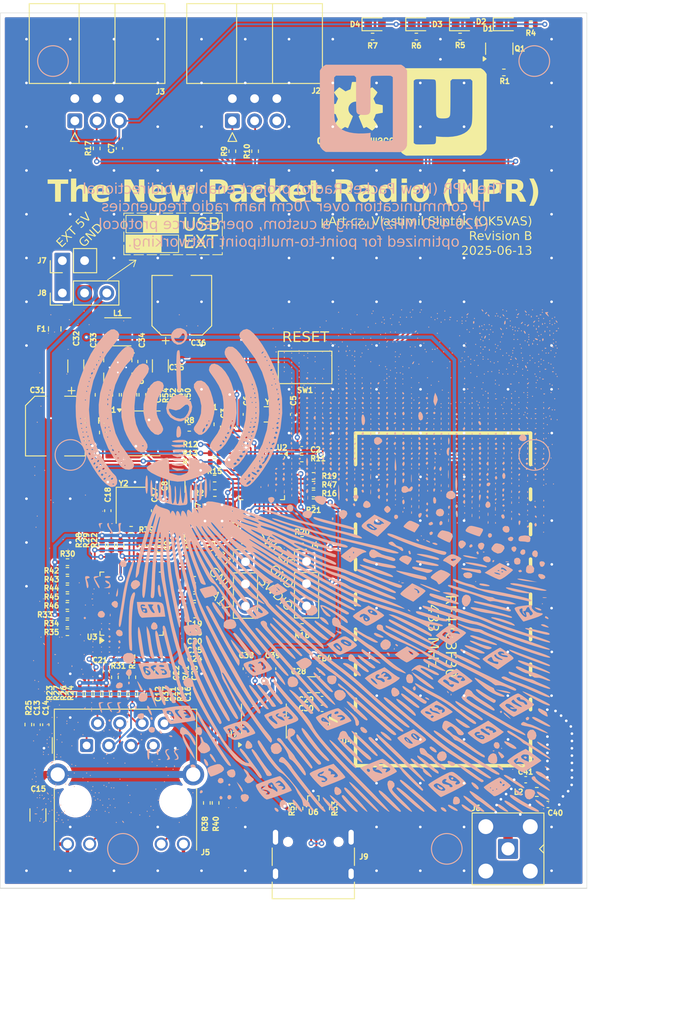
<source format=kicad_pcb>
(kicad_pcb (version 20241229) (generator "pcbnew") (generator_version "9.0")
  (title_block (title "The New Packet Radio (NPR)") (date "2025-06-13") (rev "B") (company "µArt.cz") (comment 1 "Vlastimil Slinták (OK5VAS)"))
  (layers (0 "F.Cu" signal) (2 "B.Cu" signal) (13 "F.Paste" user) (15 "B.Paste" user) (5 "F.SilkS" user "F.Silkscreen") (7 "B.SilkS" user "B.Silkscreen") (1 "F.Mask" user) (3 "B.Mask" user) (25 "Edge.Cuts" user))
  (net 0 "")
  (net 1 "GND")
  (net 2 "+3V3")
  (net 3 "/AVDD")
  (net 4 "Net-(U2-NRST)")
  (net 5 "Net-(U2-PC14)")
  (net 6 "Net-(U2-PC15)")
  (net 7 "/Ethernet/WZNT_DVCC")
  (net 8 "Net-(J5-RD+)")
  (net 9 "Net-(C11-Pad2)")
  (net 10 "Net-(C12-Pad2)")
  (net 11 "Net-(J5-RD-)")
  (net 12 "Net-(J5-TCT)")
  (net 13 "Net-(J5-RCT)")
  (net 14 "Net-(U3-XI{slash}CLKIN)")
  (net 15 "Net-(U3-XO)")
  (net 16 "Net-(U3-1V2O)")
  (net 17 "Net-(U3-TOCAP)")
  (net 18 "/Ethernet/WZNT_AVCC")
  (net 19 "Net-(U4-VCC)")
  (net 20 "+5V")
  (net 21 "Net-(U5-EN)")
  (net 22 "Net-(D1-K)")
  (net 23 "/LED_RX")
  (net 24 "Net-(D2-K)")
  (net 25 "Net-(D3-K)")
  (net 26 "/LED_CON")
  (net 27 "Net-(D4-K)")
  (net 28 "Net-(J8-Pin_2)")
  (net 29 "/TXD")
  (net 30 "/RXD")
  (net 31 "Net-(J3-Pin_3)")
  (net 32 "Net-(J2-Pin_1)")
  (net 33 "/Ethernet/ACT_LED")
  (net 34 "Net-(J2-Pin_3)")
  (net 36 "/Ethernet/LINK_LED")
  (net 37 "Net-(J4-Pin_3)")
  (net 38 "/Power/VBUS")
  (net 39 "Net-(J4-Pin_1)")
  (net 40 "Net-(U7-V3)")
  (net 41 "Net-(J5-TD-)")
  (net 43 "Net-(J5-TD+)")
  (net 44 "Net-(U5-L2)")
  (net 45 "Net-(U5-L1)")
  (net 46 "Net-(Q1-B)")
  (net 47 "/LED_TX")
  (net 48 "Net-(U1-SIO1)")
  (net 49 "/SPI1_MISO")
  (net 50 "Net-(U1-SIO3)")
  (net 51 "Net-(U2-PH3)")
  (net 52 "Net-(U2-PA2)")
  (net 53 "/Radio/GPIO_{0}")
  (net 54 "/GPIO_{11}")
  (net 55 "/GPIO_{10}")
  (net 56 "Net-(U2-PA5)")
  (net 57 "/Radio/CLK")
  (net 58 "Net-(U2-PA7)")
  (net 59 "/Radio/MOSI")
  (net 60 "Net-(U2-PB3)")
  (net 61 "/SPI1_CLK")
  (net 62 "Net-(U2-PB5)")
  (net 63 "/SPI1_MOSI")
  (net 64 "Net-(U2-PA13)")
  (net 65 "Net-(U2-PA14)")
  (net 66 "Net-(U2-PA15)")
  (net 67 "Net-(U3-TXN)")
  (net 68 "Net-(U3-TXP)")
  (net 69 "Net-(U3-MISO)")
  (net 70 "Net-(U3-RXN)")
  (net 71 "Net-(U3-RXP)")
  (net 72 "Net-(U3-PMODE2)")
  (net 73 "Net-(U3-PMODE1)")
  (net 74 "Net-(U3-PMODE0)")
  (net 75 "Net-(U3-LINKLED)")
  (net 76 "Net-(U3-ACTLED)")
  (net 77 "Net-(U3-EXRES1)")
  (net 78 "Net-(J7-Pin_1)")
  (net 79 "Net-(J9-CC2)")
  (net 80 "Net-(R42-Pad2)")
  (net 81 "Net-(R43-Pad2)")
  (net 82 "Net-(R44-Pad2)")
  (net 83 "/Radio/MISO")
  (net 84 "Net-(U4-SDO)")
  (net 86 "Net-(U5-FB)")
  (net 87 "Net-(J9-CC1)")
  (net 88 "/SRAM_CS")
  (net 90 "/RF_SDN")
  (net 91 "/Radio/~{CS}")
  (net 92 "/RF_INT")
  (net 103 "Net-(R45-Pad2)")
  (net 104 "Net-(R46-Pad2)")
  (net 105 "Net-(R49-Pad2)")
  (net 106 "Net-(R52-Pad1)")
  (net 107 "/Ethernet/ETH_GND")
  (net 111 "/ETH_INT")
  (net 112 "/Ethernet/~{CS}")
  (net 113 "Net-(U2-PA3)")
  (net 114 "/Ethernet/~{RST}")
  (net 115 "/PA12")
  (net 116 "/PA11")
  (net 117 "/Power/D+")
  (net 118 "/Power/D-")
  (net 122 "Net-(D1-A)")
  (net 123 "/Radio/ANT1")
  (net 124 "/Radio/ANT2")
  (footprint "Resistor_SMD:R_0402_1005Metric" (layer "F.Cu") (at 137.8 83.15)
    (property "Reference" "R8")
    (property "Value" "10k")
  )
  (footprint "Capacitor_SMD:C_1206_3216Metric" (layer "F.Cu") (at 124.8375 76.1 -90)
    (property "Reference" "C32")
    (property "Value" "100u")
  )
  (footprint "Resistor_SMD:R_0402_1005Metric" (layer "F.Cu") (at 131.16 94.8)
    (property "Reference" "R39")
    (property "Value" "1M")
  )
  (footprint "Resistor_SMD:R_0402_1005Metric" (layer "F.Cu") (at 140.81 126.005 -90)
    (property "Reference" "R40")
    (property "Value" "330R")
  )
  (footprint "Capacitor_SMD:C_0402_1005Metric" (layer "F.Cu") (at 128.4315 79.36 -90)
    (property "Reference" "C37")
    (property "Value" "100n")
  )
  (footprint "Button_Switch_SMD:SW_SPST_CK_RS282G05A3" (layer "F.Cu") (at 151.0375 76.25 180)
    (property "Reference" "SW1")
    (property "Value" "RESET")
  )
  (footprint "Connector_PinHeader_2.54mm:PinHeader_1x03_P2.54mm_Vertical" (layer "F.Cu") (at 151.2 98.41)
    (property "Reference" "J4")
    (property "Value" "SWD")
  )
  (footprint "Resistor_SMD:R_0402_1005Metric" (layer "F.Cu") (at 153.445 126.64 90)
    (property "Reference" "R53")
    (property "Value" "5k1")
  )
  (footprint "Capacitor_SMD:C_0402_1005Metric" (layer "F.Cu") (at 144.325 110.67 90)
    (property "Reference" "C38")
    (property "Value" "100n")
  )
  (footprint "Capacitor_SMD:C_0402_1005Metric" (layer "F.Cu") (at 133.245 111.03 -90)
    (property "Reference" "C22")
    (property "Value" "100n")
  )
  (footprint "Resistor_SMD:R_0402_1005Metric" (layer "F.Cu") (at 150.69 95.95)
    (property "Reference" "R20")
    (property "Value" "120R")
  )
  (footprint "Capacitor_SMD:C_0402_1005Metric" (layer "F.Cu") (at 133.445 96.62 90)
    (property "Reference" "C9")
    (property "Value" "10u")
  )
  (footprint "Inductor_SMD:L_Taiyo-Yuden_MD-3030" (layer "F.Cu") (at 129.6375 72.18 180)
    (property "Reference" "L1")
    (property "Value" "2.2u")
  )
  (footprint "Resistor_SMD:R_0402_1005Metric" (layer "F.Cu") (at 130.4295 79.38 90)
    (property "Reference" "R52")
    (property "Value" "100k")
  )
  (footprint "Capacitor_SMD:C_0402_1005Metric" (layer "F.Cu") (at 121.41 117.07 90)
    (property "Reference" "C14")
    (property "Value" "10n")
  )
  (footprint "Resistor_SMD:R_0402_1005Metric" (layer "F.Cu") (at 150.395 126.64 90)
    (property "Reference" "R51")
    (property "Value" "5k1")
  )
  (footprint "Resistor_SMD:R_0402_1005Metric" (layer "F.Cu") (at 173.7475 42.55)
    (property "Reference" "R1")
    (property "Value" "5k1")
  )
  (footprint "Capacitor_SMD:C_0402_1005Metric" (layer "F.Cu") (at 132.445 96.62 90)
    (property "Reference" "C10")
    (property "Value" "100n")
  )
  (footprint "Connector_PinHeader_2.54mm:PinHeader_1x02_P2.54mm_Vertical" (layer "F.Cu") (at 123.3 64.05 90)
    (property "Reference" "J7")
    (property "Value" "POWER JACK")
  )
  (footprint "Connector_Coaxial:SMA_Amphenol_901-143_Horizontal" (layer "F.Cu") (at 174.225 131.25 180)
    (property "Reference" "J6")
    (property "Value" "Antenna")
    (fp_line (start 4.3 -4.5) (end -4.3 -4.5) (stroke (width 0.1)) (layer "Edge.Cuts"))
  )
  (footprint "Capacitor_SMD:C_1206_3216Metric" (layer "F.Cu") (at 134.5 76.075 -90)
    (property "Reference" "C35")
    (property "Value" "100u")
  )
  (footprint "Resistor_SMD:R_0402_1005Metric" (layer "F.Cu") (at 140.7 87.05)
    (property "Reference" "R14")
    (property "Value" "120R")
  )
  (footprint "Resistor_SMD:R_0402_1005Metric" (layer "F.Cu") (at 140.725 90.6 180)
    (property "Reference" "R2")
    (property "Value" "120R")
  )
  (footprint "Resistor_SMD:R_0402_1005Metric" (layer "F.Cu") (at 123.885 100.5)
    (property "Reference" "R43")
    (property "Value" "10k")
  )
  (footprint "Resistor_SMD:R_0402_1005Metric" (layer "F.Cu") (at 150.65 86.65 180)
    (property "Reference" "R11")
    (property "Value" "10k")
  )
  (footprint "Resistor_SMD:R_0402_1005Metric" (layer "F.Cu") (at 131.4335 79.38 -90)
    (property "Reference" "R49")
    (property "Value" "100k")
  )
  (footprint "Capacitor_SMD:C_0603_1608Metric" (layer "F.Cu") (at 126.8275 75.5 -90)
    (property "Reference" "C33")
    (property "Value" "10u")
  )
  (footprint "Capacitor_SMD:C_0402_1005Metric" (layer "F.Cu") (at 131.29875 113.57 90)
    (property "Reference" "C11")
    (property "Value" "6.8n")
  )
  (footprint "Capacitor_SMD:C_0402_1005Metric" (layer "F.Cu") (at 133.845 92.62 90)
    (property "Reference" "C17")
    (property "Value" "12p")
  )
  (footprint "Inductor_SMD:L_0603_1608Metric" (layer "F.Cu") (at 137.545 93.8 -90)
    (property "Reference" "FB3")
    (property "Value" "600Ω@100MHz")
  )
  (footprint "Capacitor_SMD:C_0402_1005Metric" (layer "F.Cu") (at 152.975 115.2 180)
    (property "Reference" "C30")
    (property "Value" "100n")
  )
  (footprint "Fuse:Fuse_0805_2012Metric" (layer "F.Cu") (at 122.4275 71.85 90)
    (property "Reference" "F1")
    (property "Value" "BSMD0805-100-6V")
  )
  (footprint "Capacitor_SMD:C_0402_1005Metric" (layer "F.Cu") (at 143.025 92.93 -90)
    (property "Reference" "C1")
    (property "Value" "100n")
  )
  (footprint "Resistor_SMD:R_0402_1005Metric" (layer "F.Cu") (at 132.284375 113.55 -90)
    (property "Reference" "R36")
    (property "Value" "50R")
  )
  (footprint "Capacitor_SMD:C_0402_1005Metric" (layer "F.Cu") (at 135.245 111.03 -90)
    (property "Reference" "C23")
    (property "Value" "100n")
  )
  (footprint "Resistor_SMD:R_0402_1005Metric" (layer "F.Cu") (at 127.845 96.6 90)
    (property "Reference" "R28")
    (property "Value" "10k")
  )
  (footprint "Resistor_SMD:R_0402_1005Metric" (layer "F.Cu") (at 123.885 98.5 180)
    (property "Reference" "R30")
    (property "Value" "10k")
  )
  (footprint "Capacitor_SMD:C_0402_1005Metric" (layer "F.Cu") (at 138.81 94.27 90)
    (property "Reference" "C27")
    (property "Value" "10u")
  )
  (footprint "Resistor_SMD:R_0402_1005Metric" (layer "F.Cu") (at 127.30625 113.55 90)
    (property "Reference" "R26")
    (property "Value" "10R")
  )
  (footprint "Resistor_SMD:R_0402_1005Metric" (layer "F.Cu") (at 128.311875 113.55 -90)
    (property "Reference" "R24")
    (property "Value" "50R")
  )
  (footprint "Resistor_SMD:R_0402_1005Metric" (layer "F.Cu") (at 168.7475 38.45)
    (property "Reference" "R5")
    (property "Value" "330R")
  )
  (footprint "Resistor_SMD:R_0402_1005Metric" (layer "F.Cu") (at 125.295 113.55 -90)
    (property "Reference" "R23")
    (property "Value" "50R")
  )
  (footprint "Resistor_SMD:R_0402_1005Metric" (layer "F.Cu") (at 140.7 85.05 180)
    (property "Reference" "R12")
    (property "Value" "120R")
  )
  (footprint "Resistor_SMD:R_0402_1005Metric" (layer "F.Cu") (at 123.875 99.5)
    (property "Reference" "R42")
    (property "Value" "10k")
  )
  (footprint "Package_TO_SOT_SMD:SOT-23" (layer "F.Cu") (at 173.225 39.8375 90)
    (property "Reference" "Q1")
    (property "Value" "BC847")
  )
  (footprint "Capacitor_SMD:CP_Elec_6.3x5.4" (layer "F.Cu") (at 136.95 69.15 90)
    (property "Reference" "C36")
    (property "Value" "220u")
  )
  (footprint "Connector_USB:USB_C_Receptacle_HRO_TYPE-C-31-M-12" (layer "F.Cu") (at 151.975 133.05)
    (property "Reference" "J9")
    (property "Value" "TYPE-C-31-M-12")
  )
  (footprint "Capacitor_SMD:CP_Elec_6.3x5.4" (layer "F.Cu") (at 122.5 82.95 -90)
    (property "Reference" "C31")
    (property "Value" "220u")
  )
  (footprint "Inductor_SMD:L_0603_1608Metric" (layer "F.Cu") (at 177.5125 124.75 180)
    (property "Reference" "L2")
    (property "Value" "20nH")
  )
  (footprint "Inductor_SMD:L_0603_1608Metric" (layer "F.Cu") (at 136.01 93.8 -90)
    (property "Reference" "FB2")
    (property "Value" "600Ω@100MHz")
  )
  (footprint "Resistor_SMD:R_0402_1005Metric" (layer "F.Cu") (at 142.725 51.55 90)
    (property "Reference" "R9")
    (property "Value" "120R")
  )
  (footprint "Crystal:Crystal_SMD_3215-2Pin_3.2x1.5mm" (layer "F.Cu") (at 147.025 81.6125 180)
    (property "Reference" "Y1")
    (property "Value" "NX3215SA-32.768k")
  )
  (footprint "Resistor_SMD:R_0402_1005Metric" (layer "F.Cu") (at 152 90.65)
    (property "Reference" "R16")
    (property "Value" "120R")
  )
  (footprint "Resistor_SMD:R_0402_1005Metric" (layer "F.Cu") (at 123.865 105.5 180)
    (property "Reference" "R34")
    (property "Value" "10k")
  )
  (footprint "Resistor_SMD:R_0402_1005Metric" (layer "F.Cu") (at 123.875 106.5 180)
    (property "Reference" "R35")
    (property "Value" "10k")
  )
  (footprint "Resistor_SMD:R_0402_1005Metric" (layer "F.Cu") (at 127.925 83.685 90)
    (property "Reference" "R3")
    (property "Value" "120R")
  )
  (footprint "Resistor_SMD:R_0402_1005Metric" (layer "F.Cu") (at 139.81 126.005 -90)
    (property "Reference" "R38")
    (property "Value" "330R")
  )
  (footprint "Inductor_SMD:L_0603_1608Metric" (layer "F.Cu") (at 140.125 82.75 -90)
    (property "Reference" "FB1")
    (property "Value" "600Ω@100MHz")
  )
  (footprint "Resistor_SMD:R_0402_1005Metric" (layer "F.Cu") (at 140.7 88.95)
    (property "Reference" "R15")
    (property "Value" "120R")
  )
  (footprint "Connector_PinHeader_2.54mm:PinHeader_1x03_P2.54mm_Vertical" (layer "F.Cu") (at 123.3 67.75 90)
    (property "Reference" "J8")
    (property "Value" "POWER SELECT")
  )
  (footprint "Resistor_SMD:R_0402_1005Metric" (layer "F.Cu") (at 129.3075 111.65 90)
    (property "Reference" "R31")
    (property "Value" "10R")
  )
  (footprint "Capacitor_SMD:C_0402_1005Metric" (layer "F.Cu") (at 176.245 123.35 180)
    (property "Reference" "C41")
    (property "Value" "6.8pF")
  )
  (footprint "Capacitor_SMD:C_0402_1005Metric" (layer "F.Cu") (at 149.725 81.6125 -90)
    (property "Reference" "C5")
    (property "Value" "6p")
  )
  (footprint "Parts:RF4463F30" (layer "F.Cu") (at 156.8 116.75 180)
    (property "Reference" "U4")
    (property "Value" "RF4463F30")
  )
  (footprint "Resistor_SMD:R_0402_1005Metric" (layer "F.Cu") (at 129.945 96.6 90)
    (property "Reference" "R22")
    (property "Value" "10k")
  )
  (footprint "Resistor_SMD:R_0402_1005Metric" (layer "F.Cu") (at 152 89.65)
    (property "Reference" "R47")
    (property "Value" "120R")
  )
  (footprint "Capacitor_SMD:C_1206_3216Metric" (layer "F.Cu") (at 120.51 127.375 -90)
    (property "Reference" "C15")
    (property "Value" "1nF/2kV")
  )
  (footprint "Capacitor_SMD:C_0402_1005Metric" (layer "F.Cu") (at 120.415 117.07 90)
    (property "Reference" "C13")
    (property "Value" "10n")
  )
  (footprint "Resistor_SMD:R_0402_1005Metric" (layer "F.Cu") (at 119.41 117.05 -90)
    (property "Reference" "R25")
    (property "Value" "10R")
  )
  (footprint "Capacitor_SMD:C_0402_1005Metric" (layer "F.Cu") (at 128.495 92.62 90)
    (property "Reference" "C18")
    (property "Value" "12p")
  )
  (footprint "Capacitor_SMD:C_0402_1005Metric" (layer "F.Cu") (at 133.28 113.57 90)
    (property "Reference" "C16")
    (property "Value" "10n")
  )
  (footprint "Resistor_SMD:R_0402_1005Metric" (layer "F.Cu") (at 126.300625 113.55 90)
    (property "Reference" "R27")
    (property "Value" "10R")
  )
  (footprint "Package_DFN_QFN:QFN-32-1EP_5x5mm_P0.5mm_EP3.45x3.45mm" (layer "F.Cu") (at 146.075 88.75 -90)
    (property "Reference" "U2")
    (property "Value" "STM32L432KCUx")
  )
  (footprint "Capacitor_SMD:C_0402_1005Metric" (layer "F.Cu") (at 138.41 104.5)
    (property "Reference" "C24")
    (property "Value" "100n")
  )
  (footprint "Resistor_SMD:R_0402_1005Metric" (layer "F.Cu") (at 127.225 51.23 90)
    (property "Reference" "R17")
    (property "Value" "120R")
  )
  (footprint "Resistor_SMD:R_0402_1005Metric" (layer "F.Cu") (at 129.4255 79.38 90)
    (property "Reference" "R54")
    (property "Value" "100k")
  )
  (footprint "Package_SO:SOP-8_3.9x4.9mm_P1.27mm" (layer "F.Cu") (at 132.525 83.785)
    (property "Reference" "U1")
    (property "Value" "23LC1024")
  )
  (footprint "LED_SMD:LED_0603_1608Metric" (layer "F.Cu") (at 159.025 37.05)
    (property "Reference" "D4")
    (property "Value" "LED")
  )
  (footprint "LED_SMD:LED_0603_1608Metric" (layer "F.Cu") (at 164.025 37.05)
    (property "Reference" "D3")
    (property "Value" "LED")
  )
  (footprint "Package_SON:Texas_DRC0010J_ThermalVias" (layer "F.Cu") (at 129.6375 76.25 -90)
    (property "Reference" "U5")
    (property "Value" "TPS63000")
  )
  (footprint "LED_SMD:LED_0603_1608Metric" (layer "F.Cu") (at 169.025 37.05)
    (property "Reference" "D2")
    (property "Value" "LED")
  )
  (footprint "Inductor_SMD:L_0603_1608Metric" (layer "F.Cu") (at 152.825 110.55)
    (property "Reference" "FB4")
    (property "Value" "600Ω@100MHz")
  )
  (footprint "Capacitor_SMD:C_0402_1005Metric" (layer "F.Cu") (at 144.325 81.6125 -90)
    (property "Reference" "C6")
    (property "Value" "6p")
  )
  (footprint "Capacitor_SMD:C_0402_1005Metric" (layer "F.Cu") (at 147.325 110.67 -90)
    (property "Reference" "C39")
    (property "Value" "100n")
  )
  (footprint "Capacitor_SMD:C_0402_1005Metric" (layer "F.Cu") (at 138.41 102.5)
    (property "Reference" "C20")
    (property "Value" "4u7")
  )
  (footprint "Capacitor_SMD:C_0402_1005Metric" (layer "F.Cu") (at 129.3075 113.57 90)
    (property "Reference" "C12")
    (property "Value" "6.8n")
  )
  (footprint "Resistor_SMD:R_0402_1005Metric" (layer "F.Cu") (at 140.7 86.05)
    (property "Reference" "R13")
    (property "Value" "120R")
  )
  (footprint "Resistor_SMD:R_0402_1005Metric" (layer "F.Cu") (at 132.4375 79.38 -90)
    (property "Reference" "R50")
    (property "Value" "1M")
  )
  (footprint "Capacitor_SMD:C_0402_1005Metric" (layer "F.Cu") (at 138.41 100.5)
    (property "Reference" "C19")
    (property "Value" "10n")
  )
  (footprint "Resistor_SMD:R_0402_1005Metric" (layer "F.Cu") (at 130.303125 113.55 -90)
    (property "Reference" "R37")
    (property "Value" "50R")
  )
  (footprint "Capacitor_SMD:C_0402_1005Metric" (layer "F.Cu") (at 150.65 85.65)
    (property "Reference" "C2")
    (property "Value" "100n")
  )
  (footprint "Capacitor_SMD:C_0603_1608Metric" (layer "F.Cu") (at 132.4375 75.58 -90)
    (property "Reference" "C34")
    (property "Value" "10u")
  )
  (footprint "Capacitor_SMD:C_0402_1005Metric" (layer "F.Cu") (at 141.725 83.05 90)
    (property "Reference" "C3")
    (property "Value" "100n")
  )
  (footprint "LOGO" (layer "F.Cu") (at 166.8 47.05)
    (property "Reference" "G***" (hide yes))
    (property "Value" "LOGO" (hide yes))
  )
  (footprint "Resistor_SMD:R_0402_1005Metric" (layer "F.Cu") (at 145.325 51.55 90)
    (property "Reference" "R10")
    (property "Value" "120R")
  )
  (footprint "Resistor_SMD:R_0402_1005Metric" (layer "F.Cu") (at 152 88.65)
    (property "Reference" "R19")
    (property "Value" "120R")
  )
  (footprint "Package_TO_SOT_SMD:Texas_DRT-3" (layer "F.Cu") (at 151.975 125.75)
    (property "Reference" "U6")
    (property "Value" "TPD2EUSB30")
  )
  (footprint "Capacitor_SMD:C_0402_1005Metric" (layer "F.Cu") (at 129.825 51.23 -90)
    (property "Reference" "C7")
    (property "Value" "100n")
  )
  (footprint "Capacitor_SMD:C_0402_1005Metric" (layer "F.Cu") (at 128.311875 111.03 -90)
    (property "Reference" "C21")
    (property "Value" "100n")
  )
  (footprint "Resistor_SMD:R_0402_1005Metric" (layer "F.Cu") (at 123.865 103.5)
    (property "Reference" "R46")
    (property "Value" "10k")
  )
  (footprint "Capacitor_SMD:C_1206_3216Metric" (layer "F.Cu") (at 136.4 89.825 90)
    (property "Reference" "C8")
    (property "Value" "100u")
  )
  (footprint "Resistor_SMD:R_0402_1005Metric" (layer "F.Cu") (at 163.7475 38.45)
    (property "Reference" "R6")
    (property "Value" "330R")
  )
  (footprint "Resistor_SMD:R_0402_1005Metric" (layer "F.Cu") (at 123.875 101.5)
    (property "Reference" "R44")
    (property "Value" "10k")
  )
  (footprint "Resistor_SMD:R_0402_1005Metric" (layer "F.Cu") (at 158.7475 38.45)
    (property "Reference" "R7")
    (property "Value" "330R")
  )
  (footprint "Resistor_SMD:R_0402_1005Metric" (layer "F.Cu") (at 123.885 104.5 180)
    (property "Reference" "R33")
    (property "Value" "10k")
  )
  (footprint "Capacitor_SMD:C_0402_1005Metric" (layer "F.Cu") (at 152.975 114.195 180)
    (property "Reference" "C29")
    (property "Value" "10u")
  )
  (footprint "Package_SO:SSOP-10-1EP_3.9x4.9mm_P1mm_EP2.1x3.3mm" (layer "F.Cu") (at 146.325 116.65 90)
    (property "Reference" "U7")
    (property "Value" "CH340K")
  )
  (footprint "Capacitor_SMD:C_0402_1005Metric" (layer "F.Cu") (at 138.41 101.5)
    (property "Reference" "C26")
    (property "Value" "100n")
  )
  (footprint "LED_SMD:LED_0603_1608Metric" (layer "F.Cu") (at 174.025 37.05)
    (property "Reference" "D1")
    (property "Value" "LED")
  )
  (footprint "Capacitor_SMD:C_0402_1005Metric" (layer "F.Cu") (at 142.725 83.05 -90)
    (property "Reference" "C4")
    (property "Value" "100n")
  )
  (footprint "Connector_IDC:IDC-Header_2x03_P2.54mm_Horizontal" (layer "F.Cu") (at 124.725 48.08 90)
    (property "Reference" "J3")
    (property "Value" "GPIO")
  )
  (footprint "Capacitor_SMD:C_1206_3216Metric" (layer "F.Cu") (at 152 112.5 180)
    (property "Reference" "C28")
    (property "Value" "100u")
  )
  (footprint "Package_QFP:LQFP-48_7x7mm_P0.5mm" (layer "F.Cu") (at 131.21 103.2375 90)
    (property "Reference" "U3")
    (property "Value" "W5500")
  )
  (footprint "Resistor_SMD:R_0402_1005Metric" (layer "F.Cu") (at 150.69 105.9)
    (property "Reference" "R18")
    (property "Value" "120R")
  )
  (footprint "Resistor_SMD:R_0402_1005Metric" (layer "F.Cu") (at 134.245 111.05 -90)
    (property "Reference" "R41")
    (property "Value" "12k")
  )
  (footprint "Capacitor_SMD:C_0402_1005Metric" (layer "F.Cu") (at 138.41 103.5)
    (property "Reference" "C25")
    (property "Value" "100n")
  )
  (footprint "Resistor_SMD:R_0402_1005Metric" (layer "F.Cu") (at 123.885 102.5)
    (property "Reference" "R45")
    (property "Value" "10k")
  )
  (footprint "Resistor_SMD:R_0402_1005Metric" (layer "F.Cu") (at 128.895 96.6 90)
    (property "Reference" "R29")
    (property "Value" "120R")
  )
  (footprint "Resistor_SMD:R_0402_1005Metric" (layer "F.Cu") (at 127.4375 79.38 -90)
    (property "Reference" "R48")
    (property "Value" "120R")
  )
  (footprint "Symbol:OSHW-Logo2_9.8x8mm_SilkScreen" (layer "F.Cu") (at 156.825 47.35)
    (property "Reference" "REF**" (hide yes))
    (property "Value" "OSHW-Logo2_9.8x8mm_SilkScreen" (hide yes))
  )
  (footprint "Connector_IDC:IDC-Header_2x03_P2.54mm_Horizontal" (layer "F.Cu") (at 142.725 48.08 90)
    (property "Reference" "J2")
    (property "Value" "GPIO")
  )
  (footprint "Resistor_SMD:R_0402_1005Metric" (layer "F.Cu") (at 176.835 37.05 180)
    (property "Reference" "R4")
    (property "Value" "330R")
  )
  (footprint "Crystal:Crystal_SMD_3225-4Pin_3.2x2.5mm" (layer "F.Cu") (at 131.16 92 -90)
    (property "Reference" "Y2")
    (property "Value" "25MHz")
  )
  (footprint "Resistor_SMD:R_0402_1005Metric" (layer "F.Cu") (at 152 91.65)
    (property "Reference" "R21")
    (property "Value" "120R")
  )
  (footprint "Connector_PinHeader_2.54mm:PinHeader_1x03_P2.54mm_Vertical" (layer "F.Cu") (at 144.225 98.45)
    (property "Reference" "J1")
    (property "Value" "GPIO")
  )
  (footprint "Connector_RJ:RJ45_Hanrun_HR911105A_Horizontal" (layer "F.Cu") (at 126.07 119.44)
    (property "Reference" "J5")
    (property "Value" "RJ45_Hanrun_HR911105A_Horizontal")
  )
  (footprint "Capacitor_SMD:C_0402_1005Metric" (layer "F.Cu") (at 178.78 126.175)
    (property "Reference" "C40")
    (property "Value" "6.8pF")
  )
  (footprint "Resistor_SMD:R_0402_1005Metric" (layer "F.Cu") (at 131.295 111.65 90)
    (property "Reference" "R32")
    (property "Value" "10R")
  )
  (footprint "LOGO" (layer "B.Cu") (at 157.706316 46.65 180)
    (property "Reference" "G***" (hide yes))
    (property "Value" "LOGO" (hide yes))
  )
  (footprint "TestPoint:TestPoint_Pad_D3.0mm" (layer "B.Cu") (at 124.225 86.25 180)
    (property "Reference" "TP4" (hide yes))
    (property "Value" "GND")
  )
  (footprint "TestPoint:TestPoint_Pad_D3.0mm" (layer "B.Cu") (at 177.225 86.25 180)
    (property "Reference" "TP1" (hide yes))
    (property "Value" "GND")
  )
  (footprint "TestPoint:TestPoint_Pad_D3.0mm" (layer "B.Cu") (at 122.225 41.25 180)
    (property "Reference" "TP3" (hide yes))
    (property "Value" "GND")
  )
  (footprint "TestPoint:TestPoint_Pad_D3.0mm" (layer "B.Cu") (at 130.225 131.25 180)
    (property "Reference" "TP6" (hide yes))
    (property "Value" "GND")
  )
  (footprint "TestPoint:TestPoint_Pad_D3.0mm" (layer "B.Cu") (at 177.225 41.25 180)
    (property "Reference" "TP2" (hide yes))
    (property "Value" "GND")
  )
  (footprint "LOGO" (layer "B.Cu") (at 149.925 98.95 180)
    (property "Reference" "G***" (hide yes))
    (property "Value" "LOGO" (hide yes))
  )
  (footprint "TestPoint:TestPoint_Pad_D3.0mm" (layer "B.Cu") (at 167.225 131.25 180)
    (property "Reference" "TP5" (hide yes))
    (property "Value" "GND")
  )
  (gr_line (start 131.7 64) (end 130.95 64) (stroke (width 0.1)) (layer "F.SilkS"))
  (gr_line (start 131.7 64) (end 131.45 64.75) (stroke (width 0.1)) (layer "F.SilkS"))
  (gr_line (start 128.45 66.25) (end 131.7 64) (stroke (width 0.1)) (layer "F.SilkS"))
  (gr_rect (start 130.325 58.625) (end 141.575 63.375) (stroke (width 0.1) (type dash)) (fill no) (layer "F.SilkS"))
  (gr_rect (start 134.575 61.125) (end 136.575 63.125) (stroke (width 0.1)) (fill no) (layer "F.SilkS"))
  (gr_rect (start 130.575 58.875) (end 132.575 60.875) (stroke (width 0.1)) (fill no) (layer "F.SilkS"))
  (gr_rect (start 132.575 61.125) (end 134.575 63.125) (stroke (width 0.1)) (fill yes) (layer "F.SilkS"))
  (gr_rect (start 132.575 58.875) (end 134.575 60.875) (stroke (width 0.1)) (fill yes) (layer "F.SilkS"))
  (gr_rect (start 134.575 58.875) (end 136.575 60.875) (stroke (width 0.1)) (fill yes) (layer "F.SilkS"))
  (gr_rect (start 130.575 61.125) (end 132.575 63.125) (stroke (width 0.1)) (fill yes) (layer "F.SilkS"))
  (gr_line (start 116.225 35.75) (end 183.225 35.75) (stroke (width 0.05)) (layer "Edge.Cuts"))
  (gr_line (start 169.925 135.75) (end 116.225 135.75) (stroke (width 0.1)) (layer "Edge.Cuts"))
  (gr_line (start 183.225 135.75) (end 178.525 135.75) (stroke (width 0.1)) (layer "Edge.Cuts"))
  (gr_line (start 116.225 135.75) (end 116.225 35.75) (stroke (width 0.05)) (layer "Edge.Cuts"))
  (gr_line (start 183.225 35.75) (end 183.225 135.75) (stroke (width 0.05)) (layer "Edge.Cuts"))
  (gr_text "SWCLK" (at 145.425 95.65 315) (layer "F.SilkS") (effects (font (size 1 1) (thickness 0.1)) (justify left bottom)))
  (gr_text "GND" (at 125.87 62.72 45) (layer "F.SilkS") (effects (font (size 1 1) (thickness 0.1)) (justify left bottom)))
  (gr_text "PA12" (at 141.925 104.35 315) (layer "F.SilkS") (effects (font (size 1 1) (thickness 0.1)) (justify right bottom)))
  (gr_text "USB" (at 137.075 60.875 0) (layer "F.SilkS") (effects (font (size 1.5 1.5) (thickness 0.1)) (justify left bottom)))
  (gr_text "RF4463F30\n433 MHz" (at 164.9 106.95 270) (layer "F.SilkS") (effects (font (size 1.2 1.2) (thickness 0.1)) (justify bottom)))
  (gr_text "${TITLE}" (at 121.6 57.75 0) (layer "F.SilkS") (effects (font (size 2.5 2.5) (thickness 0.3) (bold yes)) (justify left bottom)))
  (gr_text "EXT 5V" (at 123.3 62.75 45) (layer "F.SilkS") (effects (font (size 1 1) (thickness 0.1)) (justify left bottom)))
  (gr_text "SWDIO" (at 145.525 100.85 315) (layer "F.SilkS") (effects (font (size 1 1) (thickness 0.1)) (justify left bottom)))
  (gr_text "EXT" (at 137.075 62.875 0) (layer "F.SilkS") (effects (font (size 1.5 1.5) (thickness 0.1)) (justify left bottom)))
  (gr_text "PA11" (at 139.525 96.75 315) (layer "F.SilkS") (effects (font (size 1 1) (thickness 0.1)) (justify left bottom)))
  (gr_text "RESET" (at 148.4 72.85 0) (layer "F.SilkS") (effects (font (size 1.2 1.2) (thickness 0.1)) (justify left)))
  (gr_text "GND" (at 149.025 101.75 315) (layer "F.SilkS") (effects (font (size 1 1) (thickness 0.1)) (justify right bottom)))
  (gr_text "GND" (at 139.825 99.75 315) (layer "F.SilkS") (effects (font (size 1 1) (thickness 0.1)) (justify left bottom)))
  (gr_text "${COMPANY}, ${COMMENT1}\nRevision ${REVISION}\n${ISSUE_DATE}" (at 177 63.55 0) (layer "F.SilkS") (effects (font (size 1 1) (thickness 0.1)) (justify right bottom)))
  (gr_text "The NPR (New Packet Radio) project enables bidirectional\nIP communication over 70cm ham radio frequencies\n(420-450 MHz) using a custom, open-source protocol\noptimized for point-to-multipoint networking." (at 149.725 62.65 0) (layer "B.SilkS") (effects (font (size 1.2 1.2) (thickness 0.1)) (justify bottom mirror)))
  (segment (start 130.1375 78.158) (end 129.4255 78.87) (width 0.2) (layer "F.Cu") (net 1))
  (segment (start 129.6375 74.85) (end 129.6375 75.675) (width 0.2) (layer "F.Cu") (net 1))
  (segment (start 151.975 125.325) (end 151.975 124.64) (width 0.2) (layer "F.Cu") (net 1))
  (segment (start 130.1375 77.65) (end 130.1375 78.158) (width 0.2) (layer "F.Cu") (net 1))
  (segment (start 127.605 111.51) (end 127.595 111.51) (width 0.2) (layer "F.Cu") (net 1))
  (segment (start 128.311875 111.51) (end 127.605 111.51) (width 0.2) (layer "F.Cu") (net 1))
  (segment (start 130.31 92.835) (end 132.01 91.135) (width 0.2) (layer "F.Cu") (net 1))
  (segment (start 130.31 93.1) (end 130.31 92.835) (width 0.2) (layer "F.Cu") (net 1))
  (segment (start 130.1375 77.65) (end 130.1375 76.75) (width 0.2) (layer "F.Cu") (net 1))
  (segment (start 132.01 91.135) (end 132.01 90.9) (width 0.2) (layer "F.Cu") (net 1))
  (segment (start 130.1375 76.75) (end 129.6375 76.25) (width 0.2) (layer "F.Cu") (net 1))
  (via (at 169.225 88.75) (size 0.6) (drill 0.3) (layers "F.Cu" "B.Cu") (net 1))
  (via (at 159.2 98.75) (size 0.6) (drill 0.3) (layers "F.Cu" "B.Cu") (net 1))
  (via (at 134.2 68.75) (size 0.6) (drill 0.3) (layers "F.Cu" "B.Cu") (net 1))
  (via (at 134.2 53.75) (size 0.6) (drill 0.3) (layers "F.Cu" "B.Cu") (net 1))
  (via (at 144.2 133.75) (size 0.6) (drill 0.3) (layers "F.Cu" "B.Cu") (net 1))
  (via (at 179.2 128.75) (size 0.6) (drill 0.3) (layers "F.Cu" "B.Cu") (net 1))
  (via (at 159.2 43.75) (size 0.6) (drill 0.3) (layers "F.Cu" "B.Cu") (net 1))
  (via (at 164.2 53.75) (size 0.6) (drill 0.3) (layers "F.Cu" "B.Cu") (net 1))
  (via (at 179.2 73.75) (size 0.6) (drill 0.3) (layers "F.Cu" "B.Cu") (net 1))
  (via (at 173.411716 125.583385) (size 0.7) (drill 0.3) (layers "F.Cu" "B.Cu") (net 1))
  (via (at 124.2 58.75) (size 0.6) (drill 0.3) (layers "F.Cu" "B.Cu") (net 1))
  (via (at 164.225 88.75) (size 0.6) (drill 0.3) (layers "F.Cu" "B.Cu") (net 1))
  (via (at 181.525 122.272238) (size 0.7) (drill 0.3) (layers "F.Cu" "B.Cu") (net 1))
  (via (at 154.2 63.75) (size 0.6) (drill 0.3) (layers "F.Cu" "B.Cu") (net 1))
  (via (at 172.918218 126.247683) (size 0.7) (drill 0.3) (layers "F.Cu" "B.Cu") (net 1))
  (via (at 134.2 43.75) (size 0.6) (drill 0.3) (layers "F.Cu" "B.Cu") (net 1))
  (via (at 124.2 38.75) (size 0.6) (drill 0.3) (layers "F.Cu" "B.Cu") (net 1))
  (via (at 169.2 48.75) (size 0.6) (drill 0.3) (layers "F.Cu" "B.Cu") (net 1))
  (via (at 159.2 93.75) (size 0.6) (drill 0.3) (layers "F.Cu" "B.Cu") (net 1))
  (via (at 174.225 98.75) (size 0.6) (drill 0.3) (layers "F.Cu" "B.Cu") (net 1))
  (via (at 144.2 128.75) (size 0.6) (drill 0.3) (layers "F.Cu" "B.Cu") (net 1))
  (via (at 159.2 128.75) (size 0.6) (drill 0.3) (layers "F.Cu" "B.Cu") (net 1))
  (via (at 139.2 63.75) (size 0.6) (drill 0.3) (layers "F.Cu" "B.Cu") (net 1))
  (via (at 124.2 53.75) (size 0.6) (drill 0.3) (layers "F.Cu" "B.Cu") (net 1))
  (via (at 154.2 78.75) (size 0.6) (drill 0.3) (layers "F.Cu" "B.Cu") (net 1))
  (via (at 174.002594 124.992507) (size 0.7) (drill 0.3) (layers "F.Cu" "B.Cu") (net 1))
  (via (at 139.2 68.75) (size 0.6) (drill 0.3) (layers "F.Cu" "B.Cu") (net 1))
  (via (at 159.2 123.75) (size 0.6) (drill 0.3) (layers "F.Cu" "B.Cu") (net 1))
  (via (at 179.2 133.75) (size 0.6) (drill 0.3) (layers "F.Cu" "B.Cu") (net 1))
  (via (at 181.091584 124.663313) (size 0.7) (drill 0.3) (layers "F.Cu" "B.Cu") (net 1))
  (via (at 141.55 91.95) (size 0.6) (drill 0.3) (layers "F.Cu" "B.Cu") (net 1))
  (via (at 181.493864 123.943616) (size 0.7) (drill 0.3) (layers "F.Cu" "B.Cu") (net 1))
  (via (at 124.2 133.75) (size 0.6) (drill 0.3) (layers "F.Cu" "B.Cu") (net 1))
  (via (at 139.2 38.75) (size 0.6) (drill 0.3) (layers "F.Cu" "B.Cu") (net 1))
  (via (at 139.2 111.25) (size 0.6) (drill 0.3) (layers "F.Cu" "B.Cu") (net 1))
  (via (at 124.2 128.75) (size 0.6) (drill 0.3) (layers "F.Cu" "B.Cu") (net 1))
  (via (at 154.2 68.75) (size 0.6) (drill 0.3) (layers "F.Cu" "B.Cu") (net 1))
  (via (at 179.2 113.75) (size 0.6) (drill 0.3) (layers "F.Cu" "B.Cu") (net 1))
  (via (at 164.2 133.75) (size 0.6) (drill 0.3) (layers "F.Cu" "B.Cu") (net 1))
  (via (at 159.2 78.75) (size 0.6) (drill 0.3) (layers "F.Cu" "B.Cu") (net 1))
  (via (at 178.725 123.070102) (size 0.7) (drill 0.3) (layers "F.Cu" "B.Cu") (net 1))
  (via (at 131.6 89.35) (size 0.6) (drill 0.3) (layers "F.Cu" "B.Cu") (net 1))
  (via (at 151.975 124.64) (size 0.6) (drill 0.3) (layers "F.Cu" "B.Cu") (net 1))
  (via (at 178.725 120.285979) (size 0.7) (drill 0.3) (layers "F.Cu" "B.Cu") (net 1))
  (via (at 121.2 119.75) (size 0.6) (drill 0.3) (layers "F.Cu" "B.Cu") (net 1))
  (via (at 134.2 63.75) (size 0.6) (drill 0.3) (layers "F.Cu" "B.Cu") (net 1))
  (via (at 129.2 43.75) (size 0.6) (drill 0.3) (layers "F.Cu" "B.Cu") (net 1))
  (via (at 119.2 53.75) (size 0.6) (drill 0.3) (layers "F.Cu" "B.Cu") (net 1))
  (via (at 136.2 119.75) (size 0.6) (drill 0.3) (layers "F.Cu" "B.Cu") (net 1))
  (via (at 169.2 123.75) (size 0.6) (drill 0.3) (layers "F.Cu" "B.Cu") (net 1))
  (via (at 179.2 63.75) (size 0.6) (drill 0.3) (layers "F.Cu" "B.Cu") (net 1))
  (via (at 154.2 73.75) (size 0.6) (drill 0.3) (layers "F.Cu" "B.Cu") (net 1))
  (via (at 174.925 123.35) (size 0.6) (drill 0.3) (layers "F.Cu" "B.Cu") (net 1))
  (via (at 124.2 43.75) (size 0.6) (drill 0.3) (layers "F.Cu" "B.Cu") (net 1))
  (via (at 159.2 73.75) (size 0.6) (drill 0.3) (layers "F.Cu" "B.Cu") (net 1))
  (via (at 174.225 78.75) (size 0.6) (drill 0.3) (layers "F.Cu" "B.Cu") (net 1))
  (via (at 119.2 38.75) (size 0.6) (drill 0.3) (layers "F.Cu" "B.Cu") (net 1))
  (via (at 124.2 96.25) (size 0.6) (drill 0.3) (layers "F.Cu" "B.Cu") (net 1))
  (via (at 164.225 78.75) (size 0.6) (drill 0.3) (layers "F.Cu" "B.Cu") (net 1))
  (via (at 129.2 58.75) (size 0.6) (drill 0.3) (layers "F.Cu" "B.Cu") (net 1))
  (via (at 128.5 89.35) (size 0.6) (drill 0.3) (layers "F.Cu" "B.Cu") (net 1))
  (via (at 181.525 121.435451) (size 0.7) (drill 0.3) (layers "F.Cu" "B.Cu") (net 1))
  (via (at 154.2 53.75) (size 0.6) (drill 0.3) (layers "F.Cu" "B.Cu") (net 1))
  (via (at 164.225 113.75) (size 0.6) (drill 0.3) (layers "F.Cu" "B.Cu") (net 1))
  (via (at 159.2 48.75) (size 0.6) (drill 0.3) (layers "F.Cu" "B.Cu") (net 1))
  (via (at 180.285864 116.030966) (size 0.7) (drill 0.3) (layers "F.Cu" "B.Cu") (net 1))
  (via (at 141.55 93.8) (size 0.6) (drill 0.3) (layers "F.Cu" "B.Cu") (net 1))
  (via (at 169.2 68.75) (size 0.6) (drill 0.3) (layers "F.Cu" "B.Cu") (net 1))
  (via (at 129.2 133.75) (size 0.6) (drill 0.3) (layers "F.Cu" "B.Cu") (net 1))
  (via (at 159.225 113.75) (size 0.6) (drill 0.3) (layers "F.Cu" "B.Cu") (net 1))
  (via (at 139.6 93.8) (size 0.6) (drill 0.3) (layers "F.Cu" "B.Cu") (net 1))
  (via (at 124.2 111.25) (size 0.6) (drill 0.3) (layers "F.Cu" "B.Cu") (net 1))
  (via (at 119.2 91.25) (size 0.6) (drill 0.3) (layers "F.Cu" "B.Cu") (net 1))
  (via (at 169.2 58.75) (size 0.6) (drill 0.3) (layers "F.Cu" "B.Cu") (net 1))
  (via (at 164.2 68.75) (size 0.6) (drill 0.3) (layers "F.Cu" "B.Cu") (net 1))
  (via (at 169.2 73.75) (size 0.6) (drill 0.3) (layers "F.Cu" "B.Cu") (net 1))
  (via (at 179.2 53.75) (size 0.6) (drill 0.3) (layers "F.Cu" "B.Cu") (net 1))
  (via (at 159.2 103.75) (size 0.6) (drill 0.3) (layers "F.Cu" "B.Cu") (net 1))
  (via (at 164.2 118.75) (size 0.6) (drill 0.3) (layers "F.Cu" "B.Cu") (net 1))
  (via (at 119.2 63.75) (size 0.6) (drill 0.3) (layers "F.Cu" "B.Cu") (net 1))
  (via (at 139.2 53.75) (size 0.6) (drill 0.3) (layers "F.Cu" "B.Cu") (net 1))
  (via (at 154.2 83.75) (size 0.6) (drill 0.3) (layers "F.Cu" "B.Cu") (net 1))
  (via (at 169.2 43.75) (size 0.6) (drill 0.3) (layers "F.Cu" "B.Cu") (net 1))
  (via (at 133.2 82.25) (size 0.6) (drill 0.3) (layers "F.Cu" "B.Cu") (net 1))
  (via (at 179.2 48.75) (size 0.6) (drill 0.3) (layers "F.Cu" "B.Cu") (net 1))
  (via (at 181.525 119.761876) (size 0.7) (drill 0.3) (layers "F.Cu" "B.Cu") (net 1))
  (via (at 164.2 123.75) (size 0.6) (drill 0.3) (layers "F.Cu" "B.Cu") (net 1))
  (via (at 169.2 78.75) (size 0.6) (drill 0.3) (layers "F.Cu" "B.Cu") (net 1))
  (via (at 164.225 73.75) (size 0.6) (drill 0.3) (layers "F.Cu" "B.Cu") (net 1))
  (via (at 179.2 103.75) (size 0.6) (drill 0.3) (layers "F.Cu" "B.Cu") (net 1))
  (via (at 119.2 43.75) (size 0.6) (drill 0.3) (layers "F.Cu" "B.Cu") (net 1))
  (via (at 169.2 128.75) (size 0.6) (drill 0.3) (layers "F.Cu" "B.Cu") (net 1))
  (via (at 139.2 58.75) (size 0.6) (drill 0.3) (layers "F.Cu" "B.Cu") (net 1))
  (via (at 149.15 86.55) (size 0.6) (drill 0.3) (layers "F.Cu" "B.Cu") (net 1))
  (via (at 181.525 118.925088) (size 0.7) (drill 0.3) (layers "F.Cu" "B.Cu") (net 1))
  (via (at 159.2 58.75) (size 0.6) (drill 0.3) (layers "F.Cu" "B.Cu") (net 1))
  (via (at 181.525 123.109025) (size 0.7) (drill 0.3) (layers "F.Cu" "B.Cu") (net 1))
  (via (at 139.2 133.75) (size 0.6) (drill 0.3) (layers "F.Cu" "B.Cu") (net 1))
  (via (at 169.2 108.75) (size 0.6) (drill 0.3) (layers "F.Cu" "B.Cu") (net 1))
  (via (at 178.725 119.357938) (size 0.7) (drill 0.3) (layers "F.Cu" "B.Cu") (net 1))
  (via (at 154.2 58.75) (size 0.6) (drill 0.3) (layers "F.Cu" "B.Cu") (net 1))
  (via (at 169.2 133.75) (size 0.6) (drill 0.3) (layers "F.Cu" "B.Cu") (net 1))
  (via (at 134.1 89.35) (size 0.6) (drill 0.3) (layers "F.Cu" "B.Cu") (net 1))
  (via (at 164.2 48.75) (size 0.6) (drill 0.3) (layers "F.Cu" "B.Cu") (net 1))
  (via (at 164.2 128.75) (size 0.6) (drill 0.3) (layers "F.Cu" "B.Cu") (net 1))
  (via (at 180.075 126.2) (size 0.6) (drill 0.3) (layers "F.Cu" "B.Cu") (net 1))
  (via (at 174.225 83.75) (size 0.6) (drill 0.3) (layers "F.Cu" "B.Cu") (net 1))
  (via (at 179.225 98.75) (size 0.6) (drill 0.3) (layers "F.Cu" "B.Cu") (net 1))
  (via (at 174.2 113.75) (size 0.6) (drill 0.3) (layers "F.Cu" "B.Cu") (net 1))
  (via (at 169.2 98.75) (size 0.6) (drill 0.3) (layers "F.Cu" "B.Cu") (net 1))
  (via (at 124.2 91.25) (size 0.6) (drill 0.3) (layers "F.Cu" "B.Cu") (net 1))
  (via (at 179.2 78.75) (size 0.6) (drill 0.3) (layers "F.Cu" "B.Cu") (net 1))
  (via (at 134.2 128.75) (size 0.6) (drill 0.3) (layers "F.Cu" "B.Cu") (net 1))
  (via (at 154.2 43.75) (size 0.6) (drill 0.3) (layers "F.Cu" "B.Cu") (net 1))
  (via (at 178.725 122.142061) (size 0.7) (drill 0.3) (layers "F.Cu" "B.Cu") (net 1))
  (via (at 159.225 83.75) (size 0.6) (drill 0.3) (layers "F.Cu" "B.Cu") (net 1))
  (via (at 172.825 127.071857) (size 0.7) (drill 0.3) (layers "F.Cu" "B.Cu") (net 1))
  (via (at 149.2 83.75) (size 0.6) (drill 0.3) (layers "F.Cu" "B.Cu") (net 1))
  (via (at 179.225 83.75) (size 0.6) (drill 0.3) (layers "F.Cu" "B.Cu") (net 1))
  (via (at 179.2 68.75) (size 0.6) (drill 0.3) (layers "F.Cu" "B.Cu") (net 1))
  (via (at 129.2 38.75) (size 0.6) (drill 0.3) (layers "F.Cu" "B.Cu") (net 1))
  (via (at 134.2 58.75) (size 0.6) (drill 0.3) (layers "F.Cu" "B.Cu") (net 1))
  (via (at 149.2 63.75) (size 0.6) (drill 0.3) (layers "F.Cu" "B.Cu") (net 1))
  (via (at 181.525 118.088301) (size 0.7) (drill 0.3) (layers "F.Cu" "B.Cu") (net 1))
  (via (at 180.877562 116.622664) (size 0.7) (drill 0.3) (layers "F.Cu" "B.Cu") (net 1))
  (via (at 149.2 38.75) (size 0.6) (drill 0.3) (layers "F.Cu" "B.Cu") (net 1))
  (via (at 179.225 93.75) (size 0.6) (drill 0.3) (layers "F.Cu" "B.Cu") (net 1))
  (via (at 179.648231 115.496372) (size 0.7) (drill 0.3) (layers "F.Cu" "B.Cu") (net 1))
  (via (at 169.2 83.75) (size 0.6) (drill 0.3) (layers "F.Cu" "B.Cu") (net 1))
  (via (at 180.499886 125.255011) (size 0.7) (drill 0.3) (layers "F.Cu" "B.Cu") (net 1))
  (via (at 134.2 133.75) (size 0.6) (drill 0.3) (layers "F.Cu" "B.Cu") (net 1))
  (via (at 139.6 91.9) (size 0.6) (drill 0.3) (layers "F.Cu" "B.Cu") (net 1))
  (via (at 159.2 63.75) (size 0.6) (drill 0.3) (layers "F.Cu" "B.Cu") (net 1))
  (via (at 144.2 38.75) (size 0.6) (drill 0.3) (layers "F.Cu" "B.Cu") (net 1))
  (via (at 119.2 96.25) (size 0.6) (drill 0.3) (layers "F.Cu" "B.Cu") (net 1))
  (via (at 175.625 127.329898) (size 0.7) (drill 0.3) (layers "F.Cu" "B.Cu") (net 1))
  (via (at 149.2 53.75) (size 0.6) (drill 0.3) (layers "F.Cu" "B.Cu") (net 1))
  (via (at 164.2 43.75) (size 0.6) (drill 0.3) (layers "F.Cu" "B.Cu") (net 1))
  (via (at 159.2 118.75) (size 0.6) (drill 0.3) (layers "F.Cu" "B.Cu") (net 1))
  (via (at 181.399012 117.269577) (size 0.7) (drill 0.3) (layers "F.Cu" "B.Cu") (net 1))
  (via (at 119.2 73.75) (size 0.6) (drill 0.3) (layers "F.Cu" "B.Cu") (net 1))
  (via (at 164.2 103.75) (size 0.6) (drill 0.3) (layers "F.Cu" "B.Cu") (net 1))
  (via (at 178.725 121.21402) (size 0.7) (drill 0.3) (layers "F.Cu" "B.Cu") (net 1))
  (via (at 149.2 58.75) (size 0.6) (drill 0.3) (layers "F.Cu" "B.Cu") (net 1))
  (via (at 144.2 43.75) (size 0.6) (drill 0.3) (layers "F.Cu" "B.Cu") (net 1))
  (via (at 169.2 93.75) (size 0.6) (drill 0.3) (layers "F.Cu" "B.Cu") (net 1))
  (via (at 119.2 58.75) (size 0.6) (drill 0.3) (layers "F.Cu" "B.Cu") (net 1))
  (via (at 166.5 38.75) (size 0.6) (drill 0.3) (layers "F.Cu" "B.Cu") (net 1))
  (via (at 134.2 48.75) (size 0.6) (drill 0.3) (layers "F.Cu" "B.Cu") (net 1))
  (via (at 181.525 120.598663) (size 0.7) (drill 0.3) (layers "F.Cu" "B.Cu") (net 1))
  (via (at 124.2 116.25) (size 0.6) (drill 0.3) (layers "F.Cu" "B.Cu") (net 1))
  (via (at 179.2 58.75) (size 0.6) (drill 0.3) (layers "F.Cu" "B.Cu") (net 1))
  (via (at 179.225 108.75) (size 0.6) (drill 0.3) (layers "F.Cu" "B.Cu") (net 1))
  (via (at 174.2 103.75) (size 0.6) (drill 0.3) (layers "F.Cu" "B.Cu") (net 1))
  (via (at 169.2 103.75) (size 0.6) (drill 0.3) (layers "F.Cu" "B.Cu") (net 1))
  (via (at 164.2 58.75) (size 0.6) (drill 0.3) (layers "F.Cu" "B.Cu") (net 1))
  (via (at 159.225 88.75) (size 0.6) (drill 0.3) (layers "F.Cu" "B.Cu") (net 1))
  (via (at 159.2 53.75) (size 0.6) (drill 0.3) (layers "F.Cu" "B.Cu") (net 1))
  (via (at 159.2 133.75) (size 0.6) (drill 0.3) (layers "F.Cu" "B.Cu") (net 1))
  (via (at 119.2 133.75) (size 0.6) (drill 0.3) (layers "F.Cu" "B.Cu") (net 1))
  (via (at 134.2 38.75) (size 0.6) (drill 0.3) (layers "F.Cu" "B.Cu") (net 1))
  (via (at 119.2 101.25) (size 0.6) (drill 0.3) (layers "F.Cu" "B.Cu") (net 1))
  (via (at 179.2 43.75) (size 0.6) (drill 0.3) (layers "F.Cu" "B.Cu") (net 1))
  (via (at 139.2 78.75) (size 0.6) (drill 0.3) (layers "F.Cu" "B.Cu") (net 1))
  (via (at 174.593473 124.401628) (size 0.7) (drill 0.3) (layers "F.Cu" "B.Cu") (net 1))
  (via (at 119.2 48.75) (size 0.6) (drill 0.3) (layers "F.Cu" "B.Cu") (net 1))
  (via (at 149.2 43.75) (size 0.6) (drill 0.3) (layers "F.Cu" "B.Cu") (net 1))
  (via (at 129.2 63.75) (size 0.6) (drill 0.3) (layers "F.Cu" "B.Cu") (net 1))
  (via (at 169.2 113.75) (size 0.6) (drill 0.3) (layers "F.Cu" "B.Cu") (net 1))
  (via (at 169.2 53.75) (size 0.6) (drill 0.3) (layers "F.Cu" "B.Cu") (net 1))
  (via (at 139.2 73.75) (size 0.6) (drill 0.3) (layers "F.Cu" "B.Cu") (net 1))
  (via (at 149.2 48.75) (size 0.6) (drill 0.3) (layers "F.Cu" "B.Cu") (net 1))
  (via (at 119.2 68.75) (size 0.6) (drill 0.3) (layers "F.Cu" "B.Cu") (net 1))
  (via (at 149.2 78.75) (size 0.6) (drill 0.3) (layers "F.Cu" "B.Cu") (net 1))
  (via (at 154.2 38.75) (size 0.6) (drill 0.3) (layers "F.Cu" "B.Cu") (net 1))
  (via (at 164.2 98.75) (size 0.6) (drill 0.3) (layers "F.Cu" "B.Cu") (net 1))
  (via (at 127.595 111.51) (size 0.6) (drill 0.3) (layers "F.Cu" "B.Cu") (net 1))
  (via (at 154.2 48.75) (size 0.6) (drill 0.3) (layers "F.Cu" "B.Cu") (net 1))
  (via (at 166.5 41.05) (size 0.6) (drill 0.3) (layers "F.Cu" "B.Cu") (net 1))
  (via (at 139.2 48.75) (size 0.6) (drill 0.3) (layers "F.Cu" "B.Cu") (net 1))
  (via (at 176.725 126.229898) (size 0.7) (drill 0.3) (layers "F.Cu" "B.Cu") (net 1))
  (via (at 174.225 118.75) (size 0.6) (drill 0.3) (layers "F.Cu" "B.Cu") (net 1))
  (via (at 178.713935 115.35) (size 0.7) (drill 0.3) (layers "F.Cu" "B.Cu") (net 1))
  (via (at 149.2 73.75) (size 0.6) (drill 0.3) (layers "F.Cu" "B.Cu") (net 1))
  (via (at 164.225 83.75) (size 0.6) (drill 0.3) (layers "F.Cu" "B.Cu") (net 1))
  (via (at 174.2 108.75) (size 0.6) (drill 0.3) (layers "F.Cu" "B.Cu") (net 1))
  (via (at 149.2 68.75) (size 0.6) (drill 0.3) (layers "F.Cu" "B.Cu") (net 1))
  (via (at 169.2 118.75) (size 0.6) (drill 0.3) (layers "F.Cu" "B.Cu") (net 1))
  (via (at 164.2 63.75) (size 0.6) (drill 0.3) (layers "F.Cu" "B.Cu") (net 1))
  (via (at 131.7 85.25) (size 0.6) (drill 0.3) (layers "F.Cu" "B.Cu") (net 1))
  (via (at 139.2 43.75) (size 0.6) (drill 0.3) (layers "F.Cu" "B.Cu") (net 1))
  (via (at 169.2 63.75) (size 0.6) (drill 0.3) (layers "F.Cu" "B.Cu") (net 1))
  (via (at 178.725 118.429898) (size 0.7) (drill 0.3) (layers "F.Cu" "B.Cu") (net 1))
  (via (at 164.2 93.75) (size 0.6) (drill 0.3) (layers "F.Cu" "B.Cu") (net 1))
  (via (at 179.2 38.75) (size 0.6) (drill 0.3) (layers "F.Cu" "B.Cu") (net 1))
  (via (at 159.2 68.75) (size 0.6) (drill 0.3) (layers "F.Cu" "B.Cu") (net 1))
  (via (at 129.2 53.75) (size 0.6) (drill 0.3) (layers "F.Cu" "B.Cu") (net 1))
  (segment (start 137 81.88) (end 138.3 81.88) (width 0.2) (layer "F.Cu") (net 2))
  (segment (start 136.95 75.45) (end 136.95 71.95) (width 0.2) (layer "F.Cu") (net 2))
  (segment (start 140.0425 81.88) (end 140.125 81.9625) (width 0.2) (layer "F.Cu") (net 2))
  (segment (start 138.31 81.89) (end 138.3 81.88) (width 0.2) (layer "F.Cu") (net 2))
  (segment (start 150.17 85.65) (end 148 85.65) (width 0.2) (layer "F.Cu") (net 2))
  (segment (start 126.724 81.626) (end 127.65 80.7) (width 0.2) (layer "F.Cu") (net 2))
  (segment (start 150.15 84.25) (end 150.17 84.27) (width 0.2) (layer "F.Cu") (net 2))
  (segment (start 138.4 91.275) (end 136.425 91.275) (width 0.2) (layer "F.Cu") (net 2))
  (segment (start 133.1 80.7) (end 134.2 79.6) (width 0.2) (layer "F.Cu") (net 2))
  (segment (start 129.825 50.75) (end 139.823 50.75) (width 0.2) (layer "F.Cu") (net 2))
  (segment (start 136.95 75.45) (end 136.95 81.83) (width 0.2) (layer "F.Cu") (net 2))
  (segment (start 143.025 91.6375) (end 143.025 91.65) (width 0.2) (layer "F.Cu") (net 2))
  (segment (start 133.47 78.87) (end 132.4375 78.87) (width 0.2) (layer "F.Cu") (net 2))
  (segment (start 126.724 85.2) (end 126.724 81.626) (width 0.2) (layer "F.Cu") (net 2))
  (segment (start 135.15 80.55) (end 133.47 78.87) (width 0.2) (layer "F.Cu") (net 2))
  (segment (start 140.215 90.6) (end 139.075 90.6) (width 0.2) (layer "F.Cu") (net 2))
  (segment (start 138.31 83.15) (end 138.31 81.89) (width 0.2) (layer "F.Cu") (net 2))
  (segment (start 177.345 37.05) (end 178.425 37.05) (width 0.2) (layer "F.Cu") (net 2))
  (segment (start 139.075 90.6) (end 138.4 91.275) (width 0.2) (layer "F.Cu") (net 2))
  (segment (start 135.15 81.88) (end 137 81.88) (width 0.2) (layer "F.Cu") (net 2))
  (segment (start 136.95 71.95) (end 142.823 71.95) (width 0.2) (layer "F.Cu") (net 2))
  (segment (start 148 85.65) (end 147.825 85.825) (width 0.2) (layer "F.Cu") (net 2))
  (segment (start 134.85 91.3) (end 136.4 91.3) (width 0.2) (layer "F.Cu") (net 2))
  (segment (start 136.95 81.83) (end 137 81.88) (width 0.2) (layer "F.Cu") (net 2))
  (segment (start 150.17 84.27) (end 150.17 85.65) (width 0.2) (layer "F.Cu") (net 2))
  (segment (start 144.325 91.1875) (end 143.4875 91.1875) (width 0.2) (layer "F.Cu") (net 2))
  (segment (start 127.65 80.7) (end 133.1 80.7) (width 0.2) (layer "F.Cu") (net 2))
  (segment (start 129.825 50.65) (end 129.805 50.63) (width 0.2) (layer "F.Cu") (net 2))
  (segment (start 138.3 81.88) (end 140.0425 81.88) (width 0.2) (layer "F.Cu") (net 2))
  (segment (start 142.823 71.95) (end 143.523 71.25) (width 0.2) (layer "F.Cu") (net 2))
  (segment (start 159.8125 37.05) (end 161.4375 37.05) (width 0.2) (layer "F.Cu") (net 2))
  (segment (start 143.025 91.65) (end 143.4875 91.1875) (width 0.2) (layer "F.Cu") (net 2))
  (segment (start 147.825 85.825) (end 147.825 86.3125) (width 0.2) (layer "F.Cu") (net 2))
  (segment (start 142.6625 91.275) (end 143.025 91.6375) (width 0.2) (layer "F.Cu") (net 2))
  (segment (start 129.805 50.63) (end 129.805 48.08) (width 0.2) (layer "F.Cu") (net 2))
  (segment (start 129.825 50.75) (end 129.825 50.65) (width 0.2) (layer "F.Cu") (net 2))
  (segment (start 143.523 54.45) (end 143.523 71.25) (width 0.2) (layer "F.Cu") (net 2))
  (segment (start 135.15 81.88) (end 135.15 80.55) (width 0.2) (layer "F.Cu") (net 2))
  (segment (start 139.823 50.75) (end 143.523 54.45) (width 0.2) (layer "F.Cu") (net 2))
  (segment (start 138.4 91.275) (end 142.6625 91.275) (width 0.2) (layer "F.Cu") (net 2))
  (segment (start 143.025 92.45) (end 143.025 91.65) (width 0.2) (layer "F.Cu") (net 2))
  (via (at 136.95 75.45) (size 0.6) (drill 0.3) (layers "F.Cu" "B.Cu") (net 2))
  (via (at 126.724 85.2) (size 0.6) (drill 0.3) (layers "F.Cu" "B.Cu") (net 2))
  (via (at 161.4375 37.05) (size 0.6) (drill 0.3) (layers "F.Cu" "B.Cu") (net 2))
  (via (at 150.15 84.25) (size 0.6) (drill 0.3) (layers "F.Cu" "B.Cu") (net 2))
  (via (at 178.425 37.05) (size 0.6) (drill 0.3) (layers "F.Cu" "B.Cu") (net 2))
  (via (at 134.85 91.3) (size 0.6) (drill 0.3) (layers "F.Cu" "B.Cu") (net 2))
  (segment (start 134.85 91.3) (end 134.85 88.65) (width 0.2) (layer "B.Cu") (net 2))
  (segment (start 124.725 49.85) (end 124.725 48.08) (width 0.2) (layer "B.Cu") (net 2))
  (segment (start 129.805 48.08) (end 129.805 49.87) (width 0.2) (layer "B.Cu") (net 2))
  (segment (start 125.325 50.45) (end 124.725 49.85) (width 0.2) (layer "B.Cu") (net 2))
  (segment (start 161.4375 37.05) (end 178.425 37.05) (width 0.2) (layer "B.Cu") (net 2))
  (segment (start 129.225 50.45) (end 125.325 50.45) (width 0.2) (layer "B.Cu") (net 2))
  (segment (start 127.975057 87.55) (end 126.724 86.298943) (width 0.2) (layer "B.Cu") (net 2))
  (segment (start 150.15 84.25) (end 150.15 76.5) (width 0.2) (layer "B.Cu") (net 2))
  (segment (start 132.07 48.08) (end 129.805 48.08) (width 0.2) (layer "B.Cu") (net 2))
  (segment (start 161.4375 37.05) (end 143.1 37.05) (width 0.2) (layer "B.Cu") (net 2))
  (segment (start 134.85 88.65) (end 133.75 87.55) (width 0.2) (layer "B.Cu") (net 2))
  (segment (start 150.15 76.5) (end 149.1 75.45) (width 0.2) (layer "B.Cu") (net 2))
  (segment (start 129.805 49.87) (end 129.225 50.45) (width 0.2) (layer "B.Cu") (net 2))
  (segment (start 133.75 87.55) (end 127.975057 87.55) (width 0.2) (layer "B.Cu") (net 2))
  (segment (start 143.1 37.05) (end 132.07 48.08) (width 0.2) (layer "B.Cu") (net 2))
  (segment (start 149.1 75.45) (end 136.95 75.45) (width 0.2) (layer "B.Cu") (net 2))
  (segment (start 126.724 86.298943) (end 126.724 85.2) (width 0.2) (layer "B.Cu") (net 2))
  (segment (start 141.725 83.95) (end 142.025 84.25) (width 0.2) (layer "F.Cu") (net 3))
  (segment (start 142.025 84.25) (end 145.425 84.25) (width 0.2) (layer "F.Cu") (net 3))
  (segment (start 145.825 84.65) (end 145.825 86.3125) (width 0.2) (layer "F.Cu") (net 3))
  (segment (start 140.125 83.5375) (end 141.7175 83.5375) (width 0.2) (layer "F.Cu") (net 3))
  (segment (start 145.425 84.25) (end 145.825 84.65) (width 0.2) (layer "F.Cu") (net 3))
  (segment (start 141.725 83.53) (end 141.725 83.95) (width 0.2) (layer "F.Cu") (net 3))
  (segment (start 141.7175 83.5375) (end 141.725 83.53) (width 0.2) (layer "F.Cu") (net 3))
  (segment (start 144.726 76.924) (end 144.726 78.724) (width 0.2) (layer "F.Cu") (net 4))
  (segment (start 145.4 76.25) (end 144.726 76.924) (width 0.2) (layer "F.Cu") (net 4))
  (segment (start 147.1375 76.25) (end 145.4 76.25) (width 0.2) (layer "F.Cu") (net 4))
  (segment (start 143.5 83.53) (end 145.505 83.53) (width 0.2) (layer "F.Cu") (net 4))
  (segment (start 143.5 79.95) (end 143.5 83.53) (width 0.2) (layer "F.Cu") (net 4))
  (segment (start 142.725 83.53) (end 143.5 83.53) (width 0.2) (layer "F.Cu") (net 4))
  (segment (start 144.726 78.724) (end 143.5 79.95) (width 0.2) (layer "F.Cu") (net 4))
  (segment (start 146.325 84.35) (end 146.325 86.3125) (width 0.2) (layer "F.Cu") (net 4))
  (segment (start 145.505 83.53) (end 146.325 84.35) (width 0.2) (layer "F.Cu") (net 4))
  (segment (start 147.325 86.3125) (end 147.325 84.05) (width 0.2) (layer "F.Cu") (net 5))
  (segment (start 148.755 82.0925) (end 148.275 81.6125) (width 0.2) (layer "F.Cu") (net 5))
  (segment (start 148.325 81.6625) (end 148.275 81.6125) (width 0.2) (layer "F.Cu") (net 5))
  (segment (start 149.725 82.0925) (end 148.755 82.0925) (width 0.2) (layer "F.Cu") (net 5))
  (segment (start 148.325 83.05) (end 148.325 81.6625) (width 0.2) (layer "F.Cu") (net 5))
  (segment (start 147.325 84.05) (end 148.325 83.05) (width 0.2) (layer "F.Cu") (net 5))
  (segment (start 145.295 82.0925) (end 145.775 81.6125) (width 0.2) (layer "F.Cu") (net 6))
  (segment (start 145.775 82.9) (end 145.775 81.6125) (width 0.2) (layer "F.Cu") (net 6))
  (segment (start 144.325 82.0925) (end 145.295 82.0925) (width 0.2) (layer "F.Cu") (net 6))
  (segment (start 146.825 83.95) (end 145.775 82.9) (width 0.2) (layer "F.Cu") (net 6))
  (segment (start 146.825 86.3125) (end 146.825 83.95) (width 0.2) (layer "F.Cu") (net 6))
  (segment (start 135.595 97.1) (end 133.445 97.1) (width 0.4) (layer "F.Cu") (net 7))
  (segment (start 123.885 131.735) (end 124.6 132.45) (width 0.4) (layer "F.Cu") (net 7))
  (segment (start 123.885 130.7) (end 123.885 131.735) (width 0.4) (layer "F.Cu") (net 7))
  (segment (start 123.365 105.51) (end 123.355 105.5) (width 0.4) (layer "F.Cu") (net 7))
  (segment (start 124.6 132.45) (end 136.47 132.45) (width 0.4) (layer "F.Cu") (net 7))
  (segment (start 133.445 97.1) (end 132.445 97.1) (width 0.4) (layer "F.Cu") (net 7))
  (segment (start 136.01 94.5875) (end 136.01 96.685) (width 0.4) (layer "F.Cu") (net 7))
  (segment (start 123.355 105.5) (end 123.355 104.52) (width 0.4) (layer "F.Cu") (net 7))
  (segment (start 137.135 131.785) (end 137.135 130.7) (width 0.4) (layer "F.Cu") (net 7))
  (segment (start 129.945 95.459311) (end 129.935689 95.45) (width 0.4) (layer "F.Cu") (net 7))
  (segment (start 129.945 96.09) (end 129.945 95.459311) (width 0.4) (layer "F.Cu") (net 7))
  (segment (start 136.47 132.45) (end 137.135 131.785) (width 0.4) (layer "F.Cu") (net 7))
  (segment (start 120.05 104.5) (end 122.445 104.5) (width 0.4) (layer "F.Cu") (net 7))
  (segment (start 123.365 106.5) (end 123.365 105.51) (width 0.4) (layer "F.Cu") (net 7))
  (segment (start 118.689 129.639) (end 118.689 105.861) (width 0.4) (layer "F.Cu") (net 7))
  (segment (start 127.845 96.09) (end 127.845 95.45) (width 0.4) (layer "F.Cu") (net 7))
  (segment (start 136.01 96.685) (end 135.595 97.1) (width 0.4) (layer "F.Cu") (net 7))
  (segment (start 132.46 97.115) (end 132.445 97.1) (width 0.2) (layer "F.Cu") (net 7))
  (segment (start 123.375 104.5) (end 122.445 104.5) (width 0.4) (layer "F.Cu") (net 7))
  (segment (start 132.46 99.075) (end 132.46 97.115) (width 0.2) (layer "F.Cu") (net 7))
  (segment (start 123.355 104.52) (end 123.375 104.5) (width 0.4) (layer "F.Cu") (net 7))
  (segment (start 123.375 98.5) (end 122.395 98.5) (width 0.4) (layer "F.Cu") (net 7))
  (segment (start 123.885 130.7) (end 119.75 130.7) (width 0.4) (layer "F.Cu") (net 7))
  (segment (start 119.75 130.7) (end 118.689 129.639) (width 0.4) (layer "F.Cu") (net 7))
  (segment (start 118.689 105.861) (end 120.05 104.5) (width 0.4) (layer "F.Cu") (net 7))
  (via (at 122.445 104.5) (size 0.6) (drill 0.3) (layers "F.Cu" "B.Cu") (net 7))
  (via (at 127.845 95.45) (size 0.6) (drill 0.3) (layers "F.Cu" "B.Cu") (net 7))
  (via (at 136.01 95.45) (size 0.6) (drill 0.3) (layers "F.Cu" "B.Cu") (net 7))
  (via (at 122.445 98.5) (size 0.6) (drill 0.3) (layers "F.Cu" "B.Cu") (net 7))
  (via (at 129.935689 95.45) (size 0.6) (drill 0.3) (layers "F.Cu" "B.Cu") (net 7))
  (segment (start 123.645 95.45) (end 127.845 95.45) (width 0.4) (layer "B.Cu") (net 7))
  (segment (start 122.445 98.5) (end 122.445 96.65) (width 0.4) (layer "B.Cu") (net 7))
  (segment (start 122.445 96.65) (end 123.645 95.45) (width 0.4) (layer "B.Cu") (net 7))
  (segment (start 127.845 95.45) (end 129.935689 95.45) (width 0.4) (layer "B.Cu") (net 7))
  (segment (start 122.445 104.5) (end 122.445 98.5) (width 0.4) (layer "B.Cu") (net 7))
  (segment (start 136.01 95.45) (end 129.935689 95.45) (width 0.4) (layer "B.Cu") (net 7))
  (segment (start 131.29875 114.05) (end 131.29875 114.85) (width 0.2) (layer "F.Cu") (net 8))
  (via (at 131.29875 114.85) (size 0.6) (drill 0.3) (layers "F.Cu" "B.Cu") (net 8))
  (segment (start 131.29875 114.85) (end 131.145 115.00375) (width 0.2) (layer "B.Cu") (net 8))
  (segment (start 131.145 117.45) (end 129.155 119.44) (width 0.2) (layer "B.Cu") (net 8))
  (segment (start 129.155 119.44) (end 128.61 119.44) (width 0.2) (layer "B.Cu") (net 8))
  (segment (start 131.145 115.00375) (end 131.145 117.45) (width 0.2) (layer "B.Cu") (net 8))
  (segment (start 131.29875 113.09) (end 131.29875 112.16375) (width 0.2) (layer "F.Cu") (net 9))
  (segment (start 131.34875 113.04) (end 131.29875 113.09) (width 0.2) (layer "F.Cu") (net 9))
  (segment (start 131.29875 112.16375) (end 131.295 112.16) (width 0.2) (layer "F.Cu") (net 9))
  (segment (start 132.284375 113.04) (end 131.34875 113.04) (width 0.2) (layer "F.Cu") (net 9))
  (segment (start 129.3075 113.09) (end 129.3075 112.16) (width 0.2) (layer "F.Cu") (net 10))
  (segment (start 130.303125 113.04) (end 129.3575 113.04) (width 0.2) (layer "F.Cu") (net 10))
  (segment (start 129.3575 113.04) (end 129.3075 113.09) (width 0.2) (layer "F.Cu") (net 10))
  (segment (start 129.3075 114.3625) (end 131.845 116.9) (width 0.2) (layer "F.Cu") (net 11))
  (segment (start 131.845 116.9) (end 132.41 116.9) (width 0.2) (layer "F.Cu") (net 11))
  (segment (start 129.3075 114.05) (end 129.3075 114.3625) (width 0.2) (layer "F.Cu") (net 11))
  (segment (start 129.395 120.9) (end 124.095 120.9) (width 0.2) (layer "F.Cu") (net 12))
  (segment (start 129.87 116.9) (end 129.87 120.425) (width 0.2) (layer "F.Cu") (net 12))
  (segment (start 120.405 117.56) (end 120.415 117.55) (width 0.2) (layer "F.Cu") (net 12))
  (segment (start 121.41 117.55) (end 120.415 117.55) (width 0.2) (layer "F.Cu") (net 12))
  (segment (start 123.595 120.4) (end 123.595 118) (width 0.2) (layer "F.Cu") (net 12))
  (segment (start 129.87 120.425) (end 129.395 120.9) (width 0.2) (layer "F.Cu") (net 12))
  (segment (start 123.595 118) (end 123.145 117.55) (width 0.2) (layer "F.Cu") (net 12))
  (segment (start 124.095 120.9) (end 123.595 120.4) (width 0.2) (layer "F.Cu") (net 12))
  (segment (start 119.41 117.56) (end 120.405 117.56) (width 0.2) (layer "F.Cu") (net 12))
  (segment (start 123.145 117.55) (end 121.41 117.55) (width 0.2) (layer "F.Cu") (net 12))
  (segment (start 131.049807 115.451) (end 130.69775 115.098943) (width 0.2) (layer "F.Cu") (net 13))
  (segment (start 133.595 116) (end 132.305625 114.710625) (width 0.2) (layer "F.Cu") (net 13))
  (segment (start 133.27 114.06) (end 133.28 114.05) (width 0.2) (layer "F.Cu") (net 13))
  (segment (start 132.284375 114.06) (end 132.795 114.06) (width 0.2) (layer "F.Cu") (net 13))
  (segment (start 130.69775 115.098943) (end 130.303125 114.704318) (width 0.2) (layer "F.Cu") (net 13))
  (segment (start 132.305625 114.710625) (end 132.284375 114.710625) (width 0.2) (layer "F.Cu") (net 13))
  (segment (start 133.595 117.6) (end 133.595 116) (width 0.2) (layer "F.Cu") (net 13))
  (segment (start 130.303125 114.704318) (end 130.303125 114.06) (width 0.2) (layer "F.Cu") (net 13))
  (segment (start 132.284375 114.06) (end 132.284375 114.710625) (width 0.2) (layer "F.Cu") (net 13))
  (segment (start 131.89975 115.098943) (end 131.547693 115.451) (width 0.2) (layer "F.Cu") (net 13))
  (segment (start 131.755 119.44) (end 133.595 117.6) (width 0.2) (layer "F.Cu") (net 13))
  (segment (start 132.795 114.06) (end 133.27 114.06) (width 0.2) (layer "F.Cu") (net 13))
  (segment (start 131.89975 115.09525) (end 131.89975 115.098943) (width 0.2) (layer "F.Cu") (net 13))
  (segment (start 131.15 119.44) (end 131.755 119.44) (width 0.2) (layer "F.Cu") (net 13))
  (segment (start 131.547693 115.451) (end 131.544 115.451) (width 0.2) (layer "F.Cu") (net 13))
  (segment (start 131.544 115.451) (end 131.049807 115.451) (width 0.2) (layer "F.Cu") (net 13))
  (segment (start 132.284375 114.710625) (end 131.89975 115.09525) (width 0.2) (layer "F.Cu") (net 13))
  (segment (start 132.01 93.985) (end 131.67 94.325) (width 0.2) (layer "F.Cu") (net 14))
  (segment (start 133.845 93.1) (end 132.01 93.1) (width 0.2) (layer "F.Cu") (net 14))
  (segment (start 132.01 93.1) (end 132.01 93.985) (width 0.2) (layer "F.Cu") (net 14))
  (segment (start 131.46 95.685) (end 131.67 95.475) (width 0.2) (layer "F.Cu") (net 14))
  (segment (start 131.46 99.075) (end 131.46 95.685) (width 0.2) (layer "F.Cu") (net 14))
  (segment (start 131.67 94.325) (end 131.67 94.8) (width 0.2) (layer "F.Cu") (net 14))
  (segment (start 131.67 95.475) (end 131.67 94.8) (width 0.2) (layer "F.Cu") (net 14))
  (segment (start 129.245 91.3) (end 129.245 93.1) (width 0.2) (layer "F.Cu") (net 15))
  (segment (start 130.96 99.075) (end 130.96 95.715) (width 0.2) (layer "F.Cu") (net 15))
  (segment (start 129.245 94.4) (end 129.645 94.8) (width 0.2) (layer "F.Cu") (net 15))
  (segment (start 130.31 90.9) (end 129.645 90.9) (width 0.2) (layer "F.Cu") (net 15))
  (segment (start 129.645 90.9) (end 129.245 91.3) (width 0.2) (layer "F.Cu") (net 15))
  (segment (start 128.495 93.1) (end 129.245 93.1) (width 0.2) (layer "F.Cu") (net 15))
  (segment (start 129.245 93.1) (end 129.245 94.4) (width 0.2) (layer "F.Cu") (net 15))
  (segment (start 130.65 95.405) (end 130.65 94.8) (width 0.2) (layer "F.Cu") (net 15))
  (segment (start 129.645 94.8) (end 130.65 94.8) (width 0.2) (layer "F.Cu") (net 15))
  (segment (start 130.96 95.715) (end 130.65 95.405) (width 0.2) (layer "F.Cu") (net 15))
  (segment (start 137.1325 100.5) (end 137.93 100.5) (width 0.2) (layer "F.Cu") (net 16))
  (segment (start 135.3725 101.4875) (end 136.145 101.4875) (width 0.2) (layer "F.Cu") (net 16))
  (segment (start 136.145 101.4875) (end 137.1325 100.5) (width 0.2) (layer "F.Cu") (net 16))
  (segment (start 135.3725 102.4875) (end 137.9175 102.4875) (width 0.2) (layer "F.Cu") (net 17))
  (segment (start 137.9175 102.4875) (end 137.93 102.5) (width 0.2) (layer "F.Cu") (net 17))
  (segment (start 128.87 109.675) (end 129.96 108.585) (width 0.2) (layer "F.Cu") (net 18))
  (segment (start 135.3725 103.9875) (end 136.7075 103.9875) (width 0.2) (layer "F.Cu") (net 18))
  (segment (start 137.93 103.5) (end 137.195 103.5) (width 0.4) (layer "F.Cu") (net 18))
  (segment (start 133.46 108.49) (end 134.645 109.675) (width 0.2) (layer "F.Cu") (net 18))
  (segment (start 137.195 103.5) (end 137.045 103.65) (width 0.4) (layer "F.Cu") (net 18))
  (segment (start 131.96 108.99) (end 132.645 109.675) (width 0.2) (layer "F.Cu") (net 18))
  (segment (start 136.8075 101.9875) (end 137.045 101.75) (width 0.2) (layer "F.Cu") (net 18))
  (segment (start 135.245 110.55) (end 135.245 110.275) (width 0.4) (layer "F.Cu") (net 18))
  (segment (start 137.545 97.549) (end 137.545 94.5875) (width 0.4) (layer "F.Cu") (net 18))
  (segment (start 137.27 104.5) (end 137.93 104.5) (width 0.2) (layer "F.Cu") (net 18))
  (segment (start 128.311875 110.55) (end 128.311875 110.233125) (width 0.4) (layer "F.Cu") (net 18))
  (segment (start 120.235 113.04) (end 119.41 113.865) (width 0.4) (layer "F.Cu") (net 18))
  (segment (start 137.7075 94.75) (end 137.545 94.5875) (width 0.4) (layer "F.Cu") (net 18))
  (segment (start 133.245 110.55) (end 133.245 110.275) (width 0.4) (layer "F.Cu") (net 18))
  (segment (start 125.295 113.04) (end 125.295 112.29) (width 0.4) (layer "F.Cu") (net 18))
  (segment (start 131.96 107.4) (end 131.96 108.99) (width 0.2) (layer "F.Cu") (net 18))
  (segment (start 128.311875 112.298282) (end 128.320157 112.29) (width 0.4) (layer "F.Cu") (net 18))
  (segment (start 136.7075 103.9875) (end 137.045 103.65) (width 0.2) (layer "F.Cu") (net 18))
  (segment (start 128.311875 113.04) (end 128.311875 112.298282) (width 0.4) (layer "F.Cu") (net 18))
  (segment (start 137.045 98.049) (end 137.545 97.549) (width 0.4) (layer "F.Cu") (net 18))
  (segment (start 133.46 107.145) (end 133.46 108.49) (width 0.2) (layer "F.Cu") (net 18))
  (segment (start 129.96 108.585) (end 129.96 107.4) (width 0.2) (layer "F.Cu") (net 18))
  (segment (start 128.311875 110.233125) (end 128.87 109.675) (width 0.4) (layer "F.Cu") (net 18))
  (segment (start 135.3725 101.9875) (end 136.8075 101.9875) (width 0.2) (layer "F.Cu") (net 18))
  (segment (start 138.81 94.75) (end 137.7075 94.75) (width 0.4) (layer "F.Cu") (net 18))
  (segment (start 135.3725 104.9875) (end 136.7825 104.9875) (width 0.2) (layer "F.Cu") (net 18))
  (segment (start 137.93 103.5) (end 137.93 104.5) (width 0.4) (layer "F.Cu") (net 18))
  (segment (start 137.93 101.5) (end 137.295 101.5) (width 0.4) (layer "F.Cu") (net 18))
  (segment (start 119.41 113.865) (end 119.41 116.54) (width 0.4) (layer "F.Cu") (net 18))
  (segment (start 136.7825 104.9875) (end 137.27 104.5) (width 0.2) (layer "F.Cu") (net 18))
  (segment (start 137.295 101.5) (end 137.045 101.75) (width 0.4) (layer "F.Cu") (net 18))
  (segment (start 125.295 113.04) (end 120.235 113.04) (width 0.4) (layer "F.Cu") (net 18))
  (segment (start 135.245 110.275) (end 134.645 109.675) (width 0.4) (layer "F.Cu") (net 18))
  (segment (start 133.245 110.275) (end 132.645 109.675) (width 0.4) (layer "F.Cu") (net 18))
  (via (at 134.645 109.675) (size 0.6) (drill 0.3) (layers "F.Cu" "B.Cu") (net 18))
  (via (at 125.295 112.29) (size 0.6) (drill 0.3) (layers "F.Cu" "B.Cu") (net 18))
  (via (at 128.87 109.675) (size 0.6) (drill 0.3) (layers "F.Cu" "B.Cu") (net 18))
  (via (at 137.045 101.75) (size 0.6) (drill 0.3) (layers "F.Cu" "B.Cu") (net 18))
  (via (at 132.645 109.675) (size 0.6) (drill 0.3) (layers "F.Cu" "B.Cu") (net 18))
  (via (at 128.320157 112.29) (size 0.6) (drill 0.3) (layers "F.Cu" "B.Cu") (net 18))
  (via (at 137.045 103.65) (size 0.6) (drill 0.3) (layers "F.Cu" "B.Cu") (net 18))
  (via (at 137.045 98.049) (size 0.6) (drill 0.3) (layers "F.Cu" "B.Cu") (net 18))
  (segment (start 128.346 111.198925) (end 128.320157 111.173082) (width 0.4) (layer "B.Cu") (net 18))
  (segment (start 128.320157 111.173082) (end 128.320157 110.224843) (width 0.4) (layer "B.Cu") (net 18))
  (segment (start 137.045 108.5) (end 137.045 101.75) (width 0.4) (layer "B.Cu") (net 18))
  (segment (start 132.645 109.675) (end 134.645 109.675) (width 0.4) (layer "B.Cu") (net 18))
  (segment (start 128.320157 112.29) (end 128.320157 111.846918) (width 0.4) (layer "B.Cu") (net 18))
  (segment (start 134.645 109.675) (end 135.87 109.675) (width 0.4) (layer "B.Cu") (net 18))
  (segment (start 137.045 103.65) (end 137.045 103.5) (width 0.2) (layer "B.Cu") (net 18))
  (segment (start 128.346 111.821075) (end 128.346 111.198925) (width 0.4) (layer "B.Cu") (net 18))
  (segment (start 137.045 98.049) (end 137.045 101.75) (width 0.4) (layer "B.Cu") (net 18))
  (segment (start 128.320157 110.224843) (end 128.87 109.675) (width 0.4) (layer "B.Cu") (net 18))
  (segment (start 125.295 112.29) (end 128.320157 112.29) (width 0.4) (layer "B.Cu") (net 18))
  (segment (start 135.87 109.675) (end 137.045 108.5) (width 0.4) (layer "B.Cu") (net 18))
  (segment (start 132.645 109.675) (end 128.87 109.675) (width 0.4) (layer "B.Cu") (net 18))
  (segment (start 128.320157 111.846918) (end 128.346 111.821075) (width 0.4) (layer "B.Cu") (net 18))
  (segment (start 152.0375 110.55) (end 152.025 110.5375) (width 0.4) (layer "F.Cu") (net 20))
  (segment (start 127.4375 79.89) (end 123.04 79.89) (width 0.2) (layer "F.Cu") (net 20))
  (segment (start 152.025 110.5375) (end 152.025 109.15) (width 0.4) (layer "F.Cu") (net 20))
  (segment (start 123.04 79.89) (end 122.5 79.35) (width 0.2) (layer "F.Cu") (net 20))
  (via (at 152.025 109.15) (size 0.6) (drill 0.3) (layers "F.Cu" "B.Cu") (net 20))
  (via (at 126.05 72.799) (size 0.6) (drill 0.3) (layers "F.Cu" "B.Cu") (net 20))
  (segment (start 165.499 72.799) (end 168.1 75.4) (width 0.4) (layer "B.Cu") (net 20))
  (segment (start 164.875 109.15) (end 152.025 109.15) (width 0.4) (layer "B.Cu") (net 20))
  (segment (start 168.1 75.4) (end 168.1 105.925) (width 0.4) (layer "B.Cu") (net 20))
  (segment (start 168.1 105.925) (end 164.875 109.15) (width 0.4) (layer "B.Cu") (net 20))
  (segment (start 126.05 72.799) (end 165.499 72.799) (width 0.4) (layer "B.Cu") (net 20))
  (segment (start 129.1375 77.65) (end 128.6375 77.65) (width 0.2) (layer "F.Cu") (net 21))
  (segment (start 128.4315 78.456) (end 128.6375 78.25) (width 0.2) (layer "F.Cu") (net 21))
  (segment (start 128.6375 78.25) (end 128.6375 77.65) (width 0.2) (layer "F.Cu") (net 21))
  (segment (start 127.4475 78.88) (end 127.4375 78.87) (width 0.2) (layer "F.Cu") (net 21))
  (segment (start 128.4315 78.88) (end 127.4475 78.88) (width 0.2) (layer "F.Cu") (net 21))
  (segment (start 129.6375 77.65) (end 129.1375 77.65) (width 0.2) (layer "F.Cu") (net 21))
  (segment (start 128.4315 78.88) (end 128.4315 78.456) (width 0.2) (layer "F.Cu") (net 21))
  (segment (start 173.2375 37.05) (end 173.2375 38.8875) (width 0.2) (layer "F.Cu") (net 22))
  (segment (start 173.2375 38.8875) (end 173.225 38.9) (width 0.2) (layer "F.Cu") (net 22))
  (segment (start 153.45855 86.79145) (end 153.45855 81.80855) (width 0.2) (layer "F.Cu") (net 23))
  (segment (start 165.251 70.0161) (end 165.251 43.949) (width 0.2) (layer "F.Cu") (net 23))
  (segment (start 153.45855 81.80855) (end 165.251 70.0161) (width 0.2) (layer "F.Cu") (net 23))
  (segment (start 149.575 88) (end 149.975 87.6) (width 0.2) (layer "F.Cu") (net 23))
  (segment (start 148.5125 88) (end 149.575 88) (width 0.2) (layer "F.Cu") (net 23))
  (segment (start 165.251 43.949) (end 169.8285 39.3715) (width 0.2) (layer "F.Cu") (net 23))
  (segment (start 152.65 87.6) (end 153.45855 86.79145) (width 0.2) (layer "F.Cu") (net 23))
  (segment (start 149.975 87.6) (end 152.65 87.6) (width 0.2) (layer "F.Cu") (net 23))
  (segment (start 169.8285 39.3715) (end 169.8285 37.066) (width 0.2) (layer "F.Cu") (net 23))
  (segment (start 169.8285 37.066) (end 169.8125 37.05) (width 0.2) (layer "F.Cu") (net 23))
  (segment (start 168.2375 38.45) (end 168.2375 37.05) (width 0.2) (layer "F.Cu") (net 24))
  (segment (start 163.2375 38.45) (end 163.2375 37.05) (width 0.2) (layer "F.Cu") (net 25))
  (segment (start 153.05 86) (end 152.85 86.2) (width 0.2) (layer "F.Cu") (net 26))
  (segment (start 164.85 69.85) (end 153.05 81.65) (width 0.2) (layer "F.Cu") (net 26))
  (segment (start 164.85 37.0875) (end 164.85 69.85) (width 0.2) (layer "F.Cu") (net 26))
  (segment (start 142.35 86.8) (end 142.35 87.0829) (width 0.2) (layer "F.Cu") (net 26))
  (segment (start 164.8125 37.05) (end 164.85 37.0875) (width 0.2) (layer "F.Cu") (net 26))
  (segment (start 153.05 82.45) (end 153.05 86) (width 0.2) (layer "F.Cu") (net 26))
  (segment (start 153.05 81.65) (end 153.05 82.45) (width 0.2) (layer "F.Cu") (net 26))
  (segment (start 142.7671 87.5) (end 143.6375 87.5) (width 0.2) (layer "F.Cu") (net 26))
  (segment (start 142.35 87.0829) (end 142.7671 87.5) (width 0.2) (layer "F.Cu") (net 26))
  (via (at 152.85 86.2) (size 0.6) (drill 0.3) (layers "F.Cu" "B.Cu") (net 26))
  (via (at 142.35 86.8) (size 0.6) (drill 0.3) (layers "F.Cu" "B.Cu") (net 26))
  (segment (start 152.552 85.902) (end 142.948 85.902) (width 0.2) (layer "B.Cu") (net 26))
  (segment (start 142.35 86.5) (end 142.35 86.8) (width 0.2) (layer "B.Cu") (net 26))
  (segment (start 152.85 86.2) (end 152.552 85.902) (width 0.2) (layer "B.Cu") (net 26))
  (segment (start 142.948 85.902) (end 142.35 86.5) (width 0.2) (layer "B.Cu") (net 26))
  (segment (start 158.2375 38.45) (end 158.2375 37.05) (width 0.2) (layer "F.Cu") (net 27))
  (segment (start 145.325 114.0125) (end 145.325 112.05) (width 0.2) (layer "F.Cu") (net 29))
  (segment (start 140.19 85.05) (end 139.1 85.05) (width 0.2) (layer "F.Cu") (net 29))
  (via (at 145.325 112.05) (size 0.6) (drill 0.3) (layers "F.Cu" "B.Cu") (net 29))
  (via (at 139.1 85.05) (size 0.6) (drill 0.3) (layers "F.Cu" "B.Cu") (net 29))
  (segment (start 143.425 88.85) (end 143.425 95.35) (width 0.2) (layer "B.Cu") (net 29))
  (segment (start 143.425 95.35) (end 142.125 96.65) (width 0.2) (layer "B.Cu") (net 29))
  (segment (start 139.625 85.05) (end 143.425 88.85) (width 0.2) (layer "B.Cu") (net 29))
  (segment (start 142.125 106.15) (end 145.325 109.35) (width 0.2) (layer "B.Cu") (net 29))
  (segment (start 139.1 85.05) (end 139.625 85.05) (width 0.2) (layer "B.Cu") (net 29))
  (segment (start 142.125 96.65) (end 142.125 106.15) (width 0.2) (layer "B.Cu") (net 29))
  (segment (start 145.325 109.35) (end 145.325 112.05) (width 0.2) (layer "B.Cu") (net 29))
  (segment (start 152.51 91.65) (end 153.9 91.65) (width 0.2) (layer "F.Cu") (net 30))
  (segment (start 146.325 114.0125) (end 146.325 112.05) (width 0.2) (layer "F.Cu") (net 30))
  (via (at 146.325 112.05) (size 0.6) (drill 0.3) (layers "F.Cu" "B.Cu") (net 30))
  (via (at 153.9 91.65) (size 0.6) (drill 0.3) (layers "F.Cu" "B.Cu") (net 30))
  (segment (start 146.325 109.35) (end 146.325 112.05) (width 0.2) (layer "B.Cu") (net 30))
  (segment (start 153.425 108.05) (end 147.625 108.05) (width 0.2) (layer "B.Cu") (net 30))
  (segment (start 154.825 106.65) (end 153.425 108.05) (width 0.2) (layer "B.Cu") (net 30))
  (segment (start 154.825 92.575) (end 154.825 106.65) (width 0.2) (layer "B.Cu") (net 30))
  (segment (start 153.9 91.65) (end 154.825 92.575) (width 0.2) (layer "B.Cu") (net 30))
  (segment (start 147.625 108.05) (end 146.325 109.35) (width 0.2) (layer "B.Cu") (net 30))
  (segment (start 127.225 50.72) (end 127.225 48.12) (width 0.2) (layer "F.Cu") (net 31))
  (segment (start 127.225 48.12) (end 127.265 48.08) (width 0.2) (layer "F.Cu") (net 31))
  (segment (start 142.725 51.04) (end 142.725 48.08) (width 0.2) (layer "F.Cu") (net 32))
  (segment (start 140.81 127.785) (end 140.095 128.5) (width 0.2) (layer "F.Cu") (net 33))
  (segment (start 140.81 126.515) (end 140.81 127.785) (width 0.2) (layer "F.Cu") (net 33))
  (segment (start 136.795 128.5) (end 134.595 130.7) (width 0.2) (layer "F.Cu") (net 33))
  (segment (start 140.095 128.5) (end 136.795 128.5) (width 0.2) (layer "F.Cu") (net 33))
  (segment (start 145.325 51.04) (end 145.325 48.14) (width 0.2) (layer "F.Cu") (net 34))
  (segment (start 145.325 48.14) (end 145.265 48.08) (width 0.2) (layer "F.Cu") (net 34))
  (segment (start 139.81 126.515) (end 139.81 127.484) (width 0.2) (layer "F.Cu") (net 36))
  (segment (start 129.026 128.099) (end 126.425 130.7) (width 0.2) (layer "F.Cu") (net 36))
  (segment (start 139.81 127.484) (end 139.195 128.099) (width 0.2) (layer "F.Cu") (net 36))
  (segment (start 139.195 128.099) (end 129.026 128.099) (width 0.2) (layer "F.Cu") (net 36))
  (segment (start 151.2 105.9) (end 151.2 103.49) (width 0.2) (layer "F.Cu") (net 37))
  (segment (start 147.325 114.0125) (end 147.325 112.05) (width 0.4) (layer "F.Cu") (net 38))
  (segment (start 152.754943 131.651) (end 154.189 130.216943) (width 0.2) (layer "F.Cu") (net 38))
  (segment (start 149.525 127.175) (end 148.7 126.35) (width 0.4) (layer "F.Cu") (net 38))
  (segment (start 151.328957 131.651) (end 152.754943 131.651) (width 0.2) (layer "F.Cu") (net 38))
  (segment (start 149.525 129.005) (end 149.525 129.847043) (width 0.2) (layer "F.Cu") (net 38))
  (segment (start 147.325 112.05) (end 147.325 111.15) (width 0.4) (layer "F.Cu") (net 38))
  (segment (start 154.425 129.933992) (end 154.425 129.005) (width 0.2) (layer "F.Cu") (net 38))
  (segment (start 154.189 130.216943) (end 154.189 130.169992) (width 0.2) (layer "F.Cu") (net 38))
  (segment (start 149.525 129.005) (end 149.525 127.175) (width 0.4) (layer "F.Cu") (net 38))
  (segment (start 154.189 130.169992) (end 154.425 129.933992) (width 0.2) (layer "F.Cu") (net 38))
  (segment (start 149.525 129.847043) (end 151.328957 131.651) (width 0.2) (layer "F.Cu") (net 38))
  (via (at 148.7 126.35) (size 0.6) (drill 0.3) (layers "F.Cu" "B.Cu") (net 38))
  (via (at 147.325 112.05) (size 0.6) (drill 0.3) (layers "F.Cu" "B.Cu") (net 38))
  (segment (start 142.4625 120.1125) (end 147.4125 125.0625) (width 0.4) (layer "B.Cu") (net 38))
  (segment (start 142.4625 118.1125) (end 142.4625 120.1125) (width 0.4) (layer "B.Cu") (net 38))
  (segment (start 123.8 113.55) (end 135.9 113.55) (width 0.4) (layer "B.Cu") (net 38))
  (segment (start 121.7 111.45) (end 123.8 113.55) (width 0.4) (layer "B.Cu") (net 38))
  (segment (start 147.325 113.25) (end 142.4625 118.1125) (width 0.4) (layer "B.Cu") (net 38))
  (segment (start 121.7 74.43) (end 121.7 111.45) (width 0.4) (layer "B.Cu") (net 38))
  (segment (start 128.38 67.75) (end 121.7 74.43) (width 0.4) (layer "B.Cu") (net 38))
  (segment (start 135.9 113.55) (end 142.4625 120.1125) (width 0.4) (layer "B.Cu") (net 38))
  (segment (start 147.4125 125.0625) (end 148.7 126.35) (width 0.4) (layer "B.Cu") (net 38))
  (segment (start 147.325 112.05) (end 147.325 113.25) (width 0.4) (layer "B.Cu") (net 38))
  (segment (start 151.2 95.95) (end 151.2 98.41) (width 0.2) (layer "F.Cu") (net 39))
  (segment (start 144.325 114.0125) (end 144.325 111.15) (width 0.2) (layer "F.Cu") (net 40))
  (segment (start 127.30625 114.06) (end 127.30625 116.87625) (width 0.2) (layer "F.Cu") (net 41))
  (segment (start 127.30625 116.87625) (end 127.33 116.9) (width 0.2) (layer "F.Cu") (net 41))
  (segment (start 127.30625 114.06) (end 128.311875 114.06) (width 0.2) (layer "F.Cu") (net 41))
  (segment (start 125.795 114.9) (end 125.795 114.06) (width 0.2) (layer "F.Cu") (net 43))
  (segment (start 125.295 114.06) (end 125.795 114.06) (width 0.2) (layer "F.Cu") (net 43))
  (segment (start 126.07 115.175) (end 125.795 114.9) (width 0.2) (layer "F.Cu") (net 43))
  (segment (start 126.07 119.44) (end 126.07 115.175) (width 0.2) (layer "F.Cu") (net 43))
  (segment (start 125.795 114.06) (end 126.300625 114.06) (width 0.2) (layer "F.Cu") (net 43))
  (segment (start 172.275 42.15) (end 172.675 42.55) (width 0.2) (layer "F.Cu") (net 46))
  (segment (start 172.275 40.775) (end 172.275 42.15) (width 0.2) (layer "F.Cu") (net 46))
  (segment (start 172.675 42.55) (end 173.2375 42.55) (width 0.2) (layer "F.Cu") (net 46))
  (segment (start 180.6 99.475) (end 180.6 83.925) (width 0.2) (layer "F.Cu") (net 47))
  (segment (start 174.2575 77.5825) (end 174.2575 42.55) (width 0.2) (layer "F.Cu") (net 47))
  (segment (start 180.6 83.925) (end 174.2575 77.5825) (width 0.2) (layer "F.Cu") (net 47))
  (segment (start 179.325 100.75) (end 180.6 99.475) (width 0.2) (layer "F.Cu") (net 47))
  (segment (start 176.8 100.75) (end 179.325 100.75) (width 0.2) (layer "F.Cu") (net 47))
  (segment (start 127.95 83.15) (end 127.925 83.175) (width 0.2) (layer "F.Cu") (net 48))
  (segment (start 129.9 83.15) (end 127.95 83.15) (width 0.2) (layer "F.Cu") (net 48))
  (segment (start 128.895 95.12) (end 128.895 96.09) (width 0.2) (layer "F.Cu") (net 49))
  (segment (start 127.4 93.625) (end 128.895 95.12) (width 0.2) (layer "F.Cu") (net 49))
  (segment (start 127.9 86.95) (end 127.4 87.45) (width 0.2) (layer "F.Cu") (net 49))
  (segment (start 127.95 86.95) (end 127.925 86.925) (width 0.2) (layer "F.Cu") (net 49))
  (segment (start 139.101 88.0125) (end 142.1125 88.0125) (width 0.2) (layer "F.Cu") (net 49))
  (segment (start 132.55 86.95) (end 127.9 86.95) (width 0.2) (layer "F.Cu") (net 49))
  (segment (start 127.4 87.45) (end 127.4 93.625) (width 0.2) (layer "F.Cu") (net 49))
  (segment (start 142.6 88.5) (end 143.6375 88.5) (width 0.2) (layer "F.Cu") (net 49))
  (segment (start 132.55 86.95) (end 127.95 86.95) (width 0.2) (layer "F.Cu") (net 49))
  (segment (start 142.1125 88.0125) (end 142.6 88.5) (width 0.2) (layer "F.Cu") (net 49))
  (segment (start 127.925 86.925) (end 127.925 84.195) (width 0.2) (layer "F.Cu") (net 49))
  (via (at 139.101 88.0125) (size 0.6) (drill 0.3) (layers "F.Cu" "B.Cu") (net 49))
  (via (at 132.55 86.95) (size 0.6) (drill 0.3) (layers "F.Cu" "B.Cu") (net 49))
  (segment (start 133.8 86.95) (end 132.55 86.95) (width 0.2) (layer "B.Cu") (net 49))
  (segment (start 134.8625 88.0125) (end 133.8 86.95) (width 0.2) (layer "B.Cu") (net 49))
  (segment (start 139.101 88.0125) (end 134.8625 88.0125) (width 0.2) (layer "B.Cu") (net 49))
  (segment (start 135.15 83.15) (end 137.29 83.15) (width 0.2) (layer "F.Cu") (net 50))
  (segment (start 150.05 86.65) (end 150.14 86.65) (width 0.2) (layer "F.Cu") (net 51))
  (segment (start 148.5125 87.5) (end 149.2 87.5) (width 0.2) (layer "F.Cu") (net 51))
  (segment (start 149.2 87.5) (end 150.05 86.65) (width 0.2) (layer "F.Cu") (net 51))
  (segment (start 144.325 85.875) (end 143.7 85.25) (width 0.2) (layer "F.Cu") (net 52))
  (segment (start 144.325 86.3125) (end 144.325 85.875) (width 0.2) (layer "F.Cu") (net 52))
  (segment (start 143.5 85.05) (end 143.7 85.25) (width 0.2) (layer "F.Cu") (net 52))
  (segment (start 141.21 85.05) (end 143.5 85.05) (width 0.2) (layer "F.Cu") (net 52))
  (segment (start 179.625 104.75) (end 181 103.375) (width 0.2) (layer "F.Cu") (net 53))
  (segment (start 181 103.375) (end 181 83.725) (width 0.2) (layer "F.Cu") (net 53))
  (segment (start 176.8 104.75) (end 179.625 104.75) (width 0.2) (layer "F.Cu") (net 53))
  (segment (start 174.6585 77.3835) (end 174.6585 53.1415) (width 0.2) (layer "F.Cu") (net 53))
  (segment (start 174.6585 53.1415) (end 175.1 52.7) (width 0.2) (layer "F.Cu") (net 53))
  (segment (start 181 83.725) (end 174.6585 77.3835) (width 0.2) (layer "F.Cu") (net 53))
  (segment (start 127.225 51.74) (end 127.225 52.725) (width 0.2) (layer "F.Cu") (net 53))
  (via (at 127.225 52.725) (size 0.6) (drill 0.3) (layers "F.Cu" "B.Cu") (net 53))
  (via (at 175.1 52.7) (size 0.6) (drill 0.3) (layers "F.Cu" "B.Cu") (net 53))
  (segment (start 127.225 52.725) (end 175.075 52.725) (width 0.2) (layer "B.Cu") (net 53))
  (segment (start 142.735 52.06) (end 142.725 52.06) (width 0.2) (layer "F.Cu") (net 54))
  (segment (start 144.25 84.9) (end 144.226527 84.876527) (width 0.2) (layer "F.Cu") (net 54))
  (segment (start 142.725 53.051) (end 143.924 54.25) (width 0.2) (layer "F.Cu") (net 54))
  (segment (start 144.825 85.475) (end 144.25 84.9) (width 0.2) (layer "F.Cu") (net 54))
  (segment (start 142.425 79.35) (end 142.425 78.95) (width 0.2) (layer "F.Cu") (net 54))
  (segment (start 142.425 78.95) (end 143.924 77.451) (width 0.2) (layer "F.Cu") (net 54))
  (segment (start 143.924 77.451) (end 143.924 54.25) (width 0.2) (layer "F.Cu") (net 54))
  (segment (start 144.825 86.3125) (end 144.825 85.475) (width 0.2) (layer "F.Cu") (net 54))
  (segment (start 142.725 52.06) (end 142.725 53.051) (width 0.2) (layer "F.Cu") (net 54))
  (via (at 144.25 84.9) (size 0.6) (drill 0.3) (layers "F.Cu" "B.Cu") (net 54))
  (via (at 142.425 79.35) (size 0.6) (drill 0.3) (layers "F.Cu" "B.Cu") (net 54))
  (segment (start 142.425 79.35) (end 142.425 83.075) (width 0.2) (layer "B.Cu") (net 54))
  (segment (start 142.425 83.075) (end 144.25 84.9) (width 0.2) (layer "B.Cu") (net 54))
  (segment (start 144.325 77.65) (end 144.325 54.25) (width 0.2) (layer "F.Cu") (net 55))
  (segment (start 145.325 53.25) (end 144.325 54.25) (width 0.2) (layer "F.Cu") (net 55))
  (segment (start 143.225 79.35) (end 143.225 78.75) (width 0.2) (layer "F.Cu") (net 55))
  (segment (start 145.200735 84.874265) (end 145.325 84.99853) (width 0.2) (layer "F.Cu") (net 55))
  (segment (start 145.325 84.99853) (end 145.325 86.3125) (width 0.2) (layer "F.Cu") (net 55))
  (segment (start 143.225 78.75) (end 144.325 77.65) (width 0.2) (layer "F.Cu") (net 55))
  (segment (start 145.325 52.06) (end 145.325 53.25) (width 0.2) (layer "F.Cu") (net 55))
  (via (at 143.225 79.35) (size 0.6) (drill 0.3) (layers "F.Cu" "B.Cu") (net 55))
  (via (at 145.200735 84.874265) (size 0.6) (drill 0.3) (layers "F.Cu" "B.Cu") (net 55))
  (segment (start 143.225 79.35) (end 143.225 82.89853) (width 0.2) (layer "B.Cu") (net 55))
  (segment (start 143.225 82.89853) (end 145.200735 84.874265) (width 0.2) (layer "B.Cu") (net 55))
  (segment (start 143.6375 88) (end 142.7 88) (width 0.2) (layer "F.Cu") (net 56))
  (segment (start 141.7125 87.0125) (end 141.235 87.0125) (width 0.2) (layer "F.Cu") (net 56))
  (segment (start 142.7 88) (end 141.7125 87.0125) (width 0.2) (layer "F.Cu") (net 56))
  (segment (start 152.51 90.65) (end 172.125 90.65) (width 0.2) (layer "F.Cu") (net 57))
  (segment (start 174.025 88.75) (end 176.8 88.75) (width 0.2) (layer "F.Cu") (net 57))
  (segment (start 172.125 90.65) (end 174.025 88.75) (width 0.2) (layer "F.Cu") (net 57))
  (segment (start 141.2475 89) (end 141.235 89.0125) (width 0.2) (layer "F.Cu") (net 58))
  (segment (start 143.6375 89) (end 141.2475 89) (width 0.2) (layer "F.Cu") (net 58))
  (segment (start 178.625 86.25) (end 180.199 87.824) (width 0.2) (layer "F.Cu") (net 59))
  (segment (start 180.199 91.976) (end 179.425 92.75) (width 0.2) (layer "F.Cu") (net 59))
  (segment (start 155.3429 86.25) (end 178.625 86.25) (width 0.2) (layer "F.Cu") (net 59))
  (segment (start 152.51 88.65) (end 152.9429 88.65) (width 0.2) (layer "F.Cu") (net 59))
  (segment (start 180.199 87.824) (end 180.199 91.976) (width 0.2) (layer "F.Cu") (net 59))
  (segment (start 152.9429 88.65) (end 155.3429 86.25) (width 0.2) (layer "F.Cu") (net 59))
  (segment (start 179.425 92.75) (end 176.8 92.75) (width 0.2) (layer "F.Cu") (net 59))
  (segment (start 151.1 90.65) (end 150.45 90) (width 0.2) (layer "F.Cu") (net 60))
  (segment (start 151.49 90.65) (end 151.1 90.65) (width 0.2) (layer "F.Cu") (net 60))
  (segment (start 150.45 90) (end 148.5125 90) (width 0.2) (layer "F.Cu") (net 60))
  (segment (start 138.9 87.05) (end 136.27 84.42) (width 0.2) (layer "F.Cu") (net 61))
  (segment (start 140.19 87.05) (end 139.1 87.05) (width 0.2) (layer "F.Cu") (net 61))
  (segment (start 129.96 99.075) (end 129.96 100.34) (width 0.2) (layer "F.Cu") (net 61))
  (segment (start 139.1 87.05) (end 138.9 87.05) (width 0.2) (layer "F.Cu") (net 61))
  (segment (start 136.27 84.42) (end 135.15 84.42) (width 0.2) (layer "F.Cu") (net 61))
  (via (at 139.1 87.05) (size 0.6) (drill 0.3) (layers "F.Cu" "B.Cu") (net 61))
  (via (at 129.96 100.34) (size 0.6) (drill 0.3) (layers "F.Cu" "B.Cu") (net 61))
  (segment (start 136.0651 97.952) (end 135.8161 98.201) (width 0.2) (layer "B.Cu") (net 61))
  (segment (start 142.801 89.226) (end 142.801 94.9161) (width 0.2) (layer "B.Cu") (net 61))
  (segment (start 129.96 98.89) (end 129.96 100.34) (width 0.2) (layer "B.Cu") (net 61))
  (segment (start 138.050057 96.95) (end 137.0842 96.95) (width 0.2) (layer "B.Cu") (net 61))
  (segment (start 137.0842 96.95) (end 136.0822 97.952) (width 0.2) (layer "B.Cu") (net 61))
  (segment (start 130.649 98.201) (end 129.96 98.89) (width 0.2) (layer "B.Cu") (net 61))
  (segment (start 142.801 94.9161) (end 140.7671 96.95) (width 0.2) (layer "B.Cu") (net 61))
  (segment (start 140.7671 96.95) (end 138.549943 96.95) (width 0.2) (layer "B.Cu") (net 61))
  (segment (start 138.051057 96.951) (end 138.050057 96.95) (width 0.2) (layer "B.Cu") (net 61))
  (segment (start 139.1 87.05) (end 140.625 87.05) (width 0.2) (layer "B.Cu") (net 61))
  (segment (start 140.625 87.05) (end 142.801 89.226) (width 0.2) (layer "B.Cu") (net 61))
  (segment (start 138.548943 96.951) (end 138.051057 96.951) (width 0.2) (layer "B.Cu") (net 61))
  (segment (start 138.549943 96.95) (end 138.548943 96.951) (width 0.2) (layer "B.Cu") (net 61))
  (segment (start 136.0822 97.952) (end 136.0651 97.952) (width 0.2) (layer "B.Cu") (net 61))
  (segment (start 135.8161 98.201) (end 130.649 98.201) (width 0.2) (layer "B.Cu") (net 61))
  (segment (start 150.8 89) (end 151.15 88.65) (width 0.2) (layer "F.Cu") (net 62))
  (segment (start 148.5125 89) (end 150.8 89) (width 0.2) (layer "F.Cu") (net 62))
  (segment (start 151.15 88.65) (end 151.49 88.65) (width 0.2) (layer "F.Cu") (net 62))
  (segment (start 128.6279 97.9) (end 127.7 97.9) (width 0.2) (layer "F.Cu") (net 63))
  (segment (start 128.96 98.2321) (end 128.6279 97.9) (width 0.2) (layer "F.Cu") (net 63))
  (segment (start 138.501 88.651) (end 138.501 87.651) (width 0.2) (layer "F.Cu") (net 63))
  (segment (start 136.54 85.69) (end 135.15 85.69) (width 0.2) (layer "F.Cu") (net 63))
  (segment (start 139.1 88.95) (end 138.8 88.95) (width 0.2) (layer "F.Cu") (net 63))
  (segment (start 128.96 99.075) (end 128.96 98.2321) (width 0.2) (layer "F.Cu") (net 63))
  (segment (start 139.1 88.95) (end 140.19 88.95) (width 0.2) (layer "F.Cu") (net 63))
  (segment (start 138.501 87.651) (end 136.54 85.69) (width 0.2) (layer "F.Cu") (net 63))
  (segment (start 138.8 88.95) (end 138.501 88.651) (width 0.2) (layer "F.Cu") (net 63))
  (via (at 127.7 97.9) (size 0.6) (drill 0.3) (layers "F.Cu" "B.Cu") (net 63))
  (via (at 139.1 88.95) (size 0.6) (drill 0.3) (layers "F.Cu" "B.Cu") (net 63))
  (segment (start 138.399 89.651) (end 138.399 93.910943) (width 0.2) (layer "B.Cu") (net 63))
  (segment (start 126.751057 96.499) (end 126.399 96.851057) (width 0.2) (layer "B.Cu") (net 63))
  (segment (start 138.399 93.910943) (end 135.810943 96.499) (width 0.2) (layer "B.Cu") (net 63))
  (segment (start 126.75 97.9) (end 127.7 97.9) (width 0.2) (layer "B.Cu") (net 63))
  (segment (start 139.1 88.95) (end 138.399 89.651) (width 0.2) (layer "B.Cu") (net 63))
  (segment (start 126.399 96.851057) (end 126.399 97.549) (width 0.2) (layer "B.Cu") (net 63))
  (segment (start 135.810943 96.499) (end 126.751057 96.499) (width 0.2) (layer "B.Cu") (net 63))
  (segment (start 126.399 97.549) (end 126.75 97.9) (width 0.2) (layer "B.Cu") (net 63))
  (segment (start 149.8 105.9) (end 150.18 105.9) (width 0.2) (layer "F.Cu") (net 64))
  (segment (start 149.5 105.6) (end 149.8 105.9) (width 0.2) (layer "F.Cu") (net 64))
  (segment (start 149.5 94.1) (end 149.5 105.6) (width 0.2) (layer "F.Cu") (net 64))
  (segment (start 147.325 91.925) (end 149.5 94.1) (width 0.2) (layer "F.Cu") (net 64))
  (segment (start 147.325 91.1875) (end 147.325 91.925) (width 0.2) (layer "F.Cu") (net 64))
  (segment (start 150.18 94.3) (end 150.18 95.95) (width 0.2) (layer "F.Cu") (net 65))
  (segment (start 150.18 94.2129) (end 150.18 94.3) (width 0.2) (layer "F.Cu") (net 65))
  (segment (start 147.825 91.8579) (end 150.18 94.2129) (width 0.2) (layer "F.Cu") (net 65))
  (segment (start 147.825 91.1875) (end 147.825 91.8579) (width 0.2) (layer "F.Cu") (net 65))
  (segment (start 151.4 91.65) (end 150.25 90.5) (width 0.2) (layer "F.Cu") (net 66))
  (segment (start 151.49 91.65) (end 151.4 91.65) (width 0.2) (layer "F.Cu") (net 66))
  (segment (start 150.25 90.5) (end 148.5125 90.5) (width 0.2) (layer "F.Cu") (net 66))
  (segment (start 126.370735 109.574265) (end 126.796 109.149) (width 0.2) (layer "F.Cu") (net 67))
  (segment (start 126.995 112.25) (end 127.295 112.55) (width 0.2) (layer "F.Cu") (net 67))
  (segment (start 127.144265 110.499265) (end 126.995 110.64853) (width 0.2) (layer "F.Cu") (net 67))
  (segment (start 126.796 109.149) (end 127.9289 109.149) (width 0.2) (layer "F.Cu") (net 67))
  (segment (start 126.370735 109.575735) (end 126.370735 109.574265) (width 0.2) (layer "F.Cu") (net 67))
  (segment (start 127.9289 109.149) (end 128.46 108.6179) (width 0.2) (layer "F.Cu") (net 67))
  (segment (start 127.295 112.55) (end 127.295 113.02875) (width 0.2) (layer "F.Cu") (net 67))
  (segment (start 127.295 113.02875) (end 127.30625 113.04) (width 0.2) (layer "F.Cu") (net 67))
  (segment (start 126.995 110.64853) (end 126.995 112.25) (width 0.2) (layer "F.Cu") (net 67))
  (segment (start 128.46 108.6179) (end 128.46 107.4) (width 0.2) (layer "F.Cu") (net 67))
  (via (at 127.144265 110.499265) (size 0.6) (drill 0.3) (layers "F.Cu" "B.Cu") (net 67))
  (via (at 126.370735 109.575735) (size 0.6) (drill 0.3) (layers "F.Cu" "B.Cu") (net 67))
  (segment (start 127.144265 110.399265) (end 127.144265 110.499265) (width 0.2) (layer "B.Cu") (net 67))
  (segment (start 126.370735 109.625735) (end 127.144265 110.399265) (width 0.2) (layer "B.Cu") (net 67))
  (segment (start 126.370735 109.575735) (end 126.370735 109.625735) (width 0.2) (layer "B.Cu") (net 67))
  (segment (start 128.96 107.4) (end 128.96 108.685) (width 0.2) (layer "F.Cu") (net 68))
  (segment (start 128.96 108.685) (end 128.095 109.55) (width 0.2) (layer "F.Cu") (net 68))
  (segment (start 126.300625 110.494375) (end 126.300625 113.04) (width 0.2) (layer "F.Cu") (net 68))
  (segment (start 127.245 109.55) (end 126.300625 110.494375) (width 0.2) (layer "F.Cu") (net 68))
  (segment (start 128.095 109.55) (end 127.245 109.55) (width 0.2) (layer "F.Cu") (net 68))
  (segment (start 129.46 98.165) (end 129.095 97.8) (width 0.2) (layer "F.Cu") (net 69))
  (segment (start 129.095 97.8) (end 128.895 97.6) (width 0.2) (layer "F.Cu") (net 69))
  (segment (start 128.895 97.6) (end 128.895 97.11) (width 0.2) (layer "F.Cu") (net 69))
  (segment (start 129.46 99.075) (end 129.46 98.165) (width 0.2) (layer "F.Cu") (net 69))
  (segment (start 129.3075 111.14) (end 129.3075 110.2375) (width 0.2) (layer "F.Cu") (net 70))
  (segment (start 129.3075 110.2375) (end 130.46 109.085) (width 0.2) (layer "F.Cu") (net 70))
  (segment (start 130.46 109.085) (end 130.46 107.4) (width 0.2) (layer "F.Cu") (net 70))
  (segment (start 131.295 111.14) (end 131.295 109.4) (width 0.2) (layer "F.Cu") (net 71))
  (segment (start 130.96 109.065) (end 130.96 107.4) (width 0.2) (layer "F.Cu") (net 71))
  (segment (start 131.295 109.4) (end 130.96 109.065) (width 0.2) (layer "F.Cu") (net 71))
  (segment (start 124.695 104.5) (end 124.395 104.5) (width 0.2) (layer "F.Cu") (net 72))
  (segment (start 125.7075 103.4875) (end 124.695 104.5) (width 0.2) (layer "F.Cu") (net 72))
  (segment (start 127.0475 103.4875) (end 125.7075 103.4875) (width 0.2) (layer "F.Cu") (net 72))
  (segment (start 125.9075 103.9875) (end 124.395 105.5) (width 0.2) (layer "F.Cu") (net 73))
  (segment (start 124.395 105.5) (end 124.375 105.5) (width 0.2) (layer "F.Cu") (net 73))
  (segment (start 127.0475 103.9875) (end 125.9075 103.9875) (width 0.2) (layer "F.Cu") (net 73))
  (segment (start 125.445 106.2) (end 125.145 106.5) (width 0.2) (layer "F.Cu") (net 74))
  (segment (start 125.145 106.5) (end 124.385 106.5) (width 0.2) (layer "F.Cu") (net 74))
  (segment (start 126.1575 104.4875) (end 125.445 105.2) (width 0.2) (layer "F.Cu") (net 74))
  (segment (start 125.445 105.2) (end 125.445 106.2) (width 0.2) (layer "F.Cu") (net 74))
  (segment (start 127.0475 104.4875) (end 126.1575 104.4875) (width 0.2) (layer "F.Cu") (net 74))
  (segment (start 139.9 99.05) (end 133.985 99.05) (width 0.2) (layer "F.Cu") (net 75))
  (segment (start 139.81 125.495) (end 139.81 124.749) (width 0.2) (layer "F.Cu") (net 75))
  (segment (start 140.395 99.545) (end 139.9 99.05) (width 0.2) (layer "F.Cu") (net 75))
  (segment (start 139.81 124.749) (end 140.409 124.15) (width 0.2) (layer "F.Cu") (net 75))
  (segment (start 140.409 124.15) (end 140.409 107.1) (width 0.2) (layer "F.Cu") (net 75))
  (segment (start 140.395 107.086) (end 140.395 99.545) (width 0.2) (layer "F.Cu") (net 75))
  (segment (start 140.409 107.1) (end 140.395 107.086) (width 0.2) (layer "F.Cu") (net 75))
  (segment (start 133.985 99.05) (end 133.96 99.075) (width 0.2) (layer "F.Cu") (net 75))
  (segment (start 134.503162 97.8) (end 135.352162 98.649) (width 0.2) (layer "F.Cu") (net 76))
  (segment (start 140.81 99.36) (end 140.81 125.495) (width 0.2) (layer "F.Cu") (net 76))
  (segment (start 132.96 99.075) (end 132.96 98.09) (width 0.2) (layer "F.Cu") (net 76))
  (segment (start 132.96 98.09) (end 133.25 97.8) (width 0.2) (layer "F.Cu") (net 76))
  (segment (start 133.25 97.8) (end 134.503162 97.8) (width 0.2) (layer "F.Cu") (net 76))
  (segment (start 135.352162 98.649) (end 140.099 98.649) (width 0.2) (layer "F.Cu") (net 76))
  (segment (start 140.099 98.649) (end 140.81 99.36) (width 0.2) (layer "F.Cu") (net 76))
  (segment (start 132.96 107.4) (end 132.96 108.915) (width 0.2) (layer "F.Cu") (net 77))
  (segment (start 134.245 110.2) (end 134.245 110.54) (width 0.2) (layer "F.Cu") (net 77))
  (segment (start 132.96 108.915) (end 134.245 110.2) (width 0.2) (layer "F.Cu") (net 77))
  (segment (start 153.725 129.005) (end 153.725 127.88) (width 0.2) (layer "F.Cu") (net 79))
  (segment (start 153.445 127.6) (end 153.445 127.15) (width 0.2) (layer "F.Cu") (net 79))
  (segment (start 153.725 127.88) (end 153.445 127.6) (width 0.2) (layer "F.Cu") (net 79))
  (segment (start 124.595 99.5) (end 124.385 99.5) (width 0.2) (layer "F.Cu") (net 80))
  (segment (start 127.0475 100.9875) (end 126.0825 100.9875) (width 0.2) (layer "F.Cu") (net 80))
  (segment (start 126.0825 100.9875) (end 124.595 99.5) (width 0.2) (layer "F.Cu") (net 80))
  (segment (start 127.0475 101.4875) (end 125.7325 101.4875) (width 0.2) (layer "F.Cu") (net 81))
  (segment (start 125.7325 101.4875) (end 124.745 100.5) (width 0.2) (layer "F.Cu") (net 81))
  (segment (start 124.745 100.5) (end 124.395 100.5) (width 0.2) (layer "F.Cu") (net 81))
  (segment (start 124.845 101.5) (end 124.385 101.5) (width 0.2) (layer "F.Cu") (net 82))
  (segment (start 125.3325 101.9875) (end 124.845 101.5) (width 0.2) (layer "F.Cu") (net 82))
  (segment (start 127.0475 101.9875) (end 125.3325 101.9875) (width 0.2) (layer "F.Cu") (net 82))
  (segment (start 151.49 89.65) (end 151 89.65) (width 0.2) (layer "F.Cu") (net 83))
  (segment (start 151 89.65) (end 150.85 89.5) (width 0.2) (layer "F.Cu") (net 83))
  (segment (start 150.85 89.5) (end 148.5125 89.5) (width 0.2) (layer "F.Cu") (net 83))
  (segment (start 174.125 91.45) (end 174.125 95.95) (width 0.2) (layer "F.Cu") (net 84))
  (segment (start 174.925 96.75) (end 176.8 96.75) (width 0.2) (layer "F.Cu") (net 84))
  (segment (start 179.025 90.75) (end 174.825 90.75) (width 0.2) (layer "F.Cu") (net 84))
  (segment (start 155.509 86.651) (end 178.4589 86.651) (width 0.2) (layer "F.Cu") (net 84))
  (segment (start 174.825 90.75) (end 174.125 91.45) (width 0.2) (layer "F.Cu") (net 84))
  (segment (start 174.125 95.95) (end 174.925 96.75) (width 0.2) (layer "F.Cu") (net 84))
  (segment (start 154.225 88.65) (end 154.225 87.935) (width 0.2) (layer "F.Cu") (net 84))
  (segment (start 178.4589 86.651) (end 179.798 87.9901) (width 0.2) (layer "F.Cu") (net 84))
  (segment (start 152.51 89.65) (end 153.225 89.65) (width 0.2) (layer "F.Cu") (net 84))
  (segment (start 179.798 89.977) (end 179.025 90.75) (width 0.2) (layer "F.Cu") (net 84))
  (segment (start 154.225 87.935) (end 155.509 86.651) (width 0.2) (layer "F.Cu") (net 84))
  (segment (start 179.798 87.9901) (end 179.798 89.977) (width 0.2) (layer "F.Cu") (net 84))
  (segment (start 153.225 89.65) (end 154.225 88.65) (width 0.2) (layer "F.Cu") (net 84))
  (segment (start 130.6375 78.662) (end 130.4295 78.87) (width 0.2) (layer "F.Cu") (net 86))
  (segment (start 130.4295 78.87) (end 131.4335 78.87) (width 0.2) (layer "F.Cu") (net 86))
  (segment (start 130.6375 77.65) (end 130.6375 78.662) (width 0.2) (layer "F.Cu") (net 86))
  (segment (start 150.725 129.005) (end 150.725 127.98) (width 0.2) (layer "F.Cu") (net 87))
  (segment (start 150.725 127.98) (end 150.395 127.65) (width 0.2) (layer "F.Cu") (net 87))
  (segment (start 150.395 127.65) (end 150.395 127.15) (width 0.2) (layer "F.Cu") (net 87))
  (segment (start 132.5 83.05) (end 132.5 85.85) (width 0.2) (layer "F.Cu") (net 88))
  (segment (start 138.1 89.15) (end 138.85 89.9) (width 0.2) (layer "F.Cu") (net 88))
  (segment (start 137.2 86.95) (end 138.1 87.85) (width 0.2) (layer "F.Cu") (net 88))
  (segment (start 131.33 81.88) (end 132.5 83.05) (width 0.2) (layer "F.Cu") (net 88))
  (segment (start 141.235 89.9) (end 141.975 89.9) (width 0.2) (layer "F.Cu") (net 88))
  (segment (start 132.5 85.85) (end 133.6 86.95) (width 0.2) (layer "F.Cu") (net 88))
  (segment (start 138.1 87.85) (end 138.1 89.15) (width 0.2) (layer "F.Cu") (net 88))
  (segment (start 129.9 81.88) (end 131.33 81.88) (width 0.2) (layer "F.Cu") (net 88))
  (segment (start 141.235 90.6) (end 141.235 89.9) (width 0.2) (layer "F.Cu") (net 88))
  (segment (start 142.375 89.5) (end 143.6375 89.5) (width 0.2) (layer "F.Cu") (net 88))
  (segment (start 133.6 86.95) (end 137.2 86.95) (width 0.2) (layer "F.Cu") (net 88))
  (segment (start 141.975 89.9) (end 142.375 89.5) (width 0.2) (layer "F.Cu") (net 88))
  (segment (start 138.85 89.9) (end 141.235 89.9) (width 0.2) (layer "F.Cu") (net 88))
  (segment (start 156.8 100.75) (end 154.125 100.75) (width 0.2) (layer "F.Cu") (net 90))
  (segment (start 145.525 92.7) (end 145.825 92.4) (width 0.2) (layer "F.Cu") (net 90))
  (segment (start 156.75 101.15) (end 156.8 101.2) (width 0.2) (layer "F.Cu") (net 90))
  (segment (start 145.825 92.4) (end 145.825 91.1875) (width 0.2) (layer "F.Cu") (net 90))
  (via (at 154.125 100.75) (size 0.6) (drill 0.3) (layers "F.Cu" "B.Cu") (net 90))
  (via (at 145.525 92.7) (size 0.6) (drill 0.3) (layers "F.Cu" "B.Cu") (net 90))
  (segment (start 149.6329 92.7) (end 145.525 92.7) (width 0.2) (layer "B.Cu") (net 90))
  (segment (start 153.825 100.75) (end 153.325 100.25) (width 0.2) (layer "B.Cu") (net 90))
  (segment (start 153.325 100.25) (end 153.325 96.3921) (width 0.2) (layer "B.Cu") (net 90))
  (segment (start 153.325 96.3921) (end 149.6329 92.7) (width 0.2) (layer "B.Cu") (net 90))
  (segment (start 154.125 100.75) (end 153.825 100.75) (width 0.2) (layer "B.Cu") (net 90))
  (segment (start 150.450735 88.5) (end 148.5125 88.5) (width 0.2) (layer "F.Cu") (net 91))
  (segment (start 151.1 92.75) (end 150.55 92.2) (width 0.2) (layer "F.Cu") (net 91))
  (segment (start 156.8 92.75) (end 151.1 92.75) (width 0.2) (layer "F.Cu") (net 91))
  (segment (start 150.550735 88.4) (end 150.500735 88.35) (width 0.2) (layer "F.Cu") (net 91))
  (segment (start 150.500735 88.35) (end 150.4 88.35) (width 0.2) (layer "F.Cu") (net 91))
  (segment (start 150.550735 88.4) (end 150.450735 88.5) (width 0.2) (layer "F.Cu") (net 91))
  (via (at 150.55 92.2) (size 0.6) (drill 0.3) (layers "F.Cu" "B.Cu") (net 91))
  (via (at 150.550735 88.4) (size 0.6) (drill 0.3) (layers "F.Cu" "B.Cu") (net 91))
  (segment (start 150.550735 92.199265) (end 150.550735 88.4) (width 0.2) (layer "B.Cu") (net 91))
  (segment (start 150.55 92.2) (end 150.550735 92.199265) (width 0.2) (layer "B.Cu") (net 91))
  (segment (start 156.8 96.75) (end 153.925 96.75) (width 0.2) (layer "F.Cu") (net 92))
  (segment (start 144.625 92.7) (end 145.325 92) (width 0.2) (layer "F.Cu") (net 92))
  (segment (start 145.325 92) (end 145.325 91.1875) (width 0.2) (layer "F.Cu") (net 92))
  (via (at 153.925 96.75) (size 0.6) (drill 0.3) (layers "F.Cu" "B.Cu") (net 92))
  (via (at 144.625 92.7) (size 0.6) (drill 0.3) (layers "F.Cu" "B.Cu") (net 92))
  (segment (start 153.925 96.425) (end 153.925 96.75) (width 0.2) (layer "B.Cu") (net 92))
  (segment (start 149.599 92.099) (end 153.925 96.425) (width 0.2) (layer "B.Cu") (net 92))
  (segment (start 144.625 92.7) (end 145.226 92.099) (width 0.2) (layer "B.Cu") (net 92))
  (segment (start 145.226 92.099) (end 149.599 92.099) (width 0.2) (layer "B.Cu") (net 92))
  (segment (start 126.245 102.5) (end 124.395 102.5) (width 0.2) (layer "F.Cu") (net 103))
  (segment (start 126.2575 102.4875) (end 126.245 102.5) (width 0.2) (layer "F.Cu") (net 103))
  (segment (start 127.0475 102.4875) (end 126.2575 102.4875) (width 0.2) (layer "F.Cu") (net 103))
  (segment (start 127.0475 102.9875) (end 125.4075 102.9875) (width 0.2) (layer "F.Cu") (net 104))
  (segment (start 125.4075 102.9875) (end 124.895 103.5) (width 0.2) (layer "F.Cu") (net 104))
  (segment (start 124.895 103.5) (end 124.375 103.5) (width 0.2) (layer "F.Cu") (net 104))
  (segment (start 131.4335 79.89) (end 132.4375 79.89) (width 0.2) (layer "F.Cu") (net 105))
  (segment (start 129.4255 79.89) (end 130.4295 79.89) (width 0.2) (layer "F.Cu") (net 106))
  (segment (start 122.765 122.75) (end 121.345 122.75) (width 0.8) (layer "F.Cu") (net 107))
  (segment (start 120.51 123.585) (end 120.51 125.9) (width 0.8) (layer "F.Cu") (net 107))
  (segment (start 121.345 122.75) (end 120.51 123.585) (width 0.8) (layer "F.Cu") (net 107))
  (segment (start 136.395 116.9) (end 138.255 118.76) (width 0.8) (layer "B.Cu") (net 107))
  (segment (start 138.255 118.76) (end 138.255 122.75) (width 0.8) (layer "B.Cu") (net 107))
  (segment (start 134.95 116.9) (end 136.395 116.9) (width 0.8) (layer "B.Cu") (net 107))
  (segment (start 122.765 122.75) (end 138.255 122.75) (width 0.8) (layer "B.Cu") (net 107))
  (segment (start 142.75 90) (end 142.2 90.55) (width 0.2) (layer "F.Cu") (net 111))
  (segment (start 127 97.1) (end 127 98.6) (width 0.2) (layer "F.Cu") (net 111))
  (segment (start 143.6375 90) (end 142.75 90) (width 0.2) (layer "F.Cu") (net 111))
  (segment (start 127.475 99.075) (end 128.46 99.075) (width 0.2) (layer "F.Cu") (net 111))
  (segment (start 127.835 97.1) (end 127.845 97.11) (width 0.2) (layer "F.Cu") (net 111))
  (segment (start 127 98.6) (end 127.475 99.075) (width 0.2) (layer "F.Cu") (net 111))
  (segment (start 127 97.1) (end 127.835 97.1) (width 0.2) (layer "F.Cu") (net 111))
  (via (at 127 97.1) (size 0.6) (drill 0.3) (layers "F.Cu" "B.Cu") (net 111))
  (via (at 142.2 90.55) (size 0.6) (drill 0.3) (layers "F.Cu" "B.Cu") (net 111))
  (segment (start 127 97.1) (end 127.05 97.15) (width 0.2) (layer "B.Cu") (net 111))
  (segment (start 138.9 95.75) (end 141.4 95.75) (width 0.2) (layer "B.Cu") (net 111))
  (segment (start 135.75 97.15) (end 137.15 95.75) (width 0.2) (layer "B.Cu") (net 111))
  (segment (start 137.15 95.75) (end 138.9 95.75) (width 0.2) (layer "B.Cu") (net 111))
  (segment (start 141.4 95.75) (end 142.2 94.95) (width 0.2) (layer "B.Cu") (net 111))
  (segment (start 142.2 94.95) (end 142.2 90.55) (width 0.2) (layer "B.Cu") (net 111))
  (segment (start 127.05 97.15) (end 135.75 97.15) (width 0.2) (layer "B.Cu") (net 111))
  (segment (start 130.145 97.8) (end 129.945 97.6) (width 0.2) (layer "F.Cu") (net 112))
  (segment (start 141.7 96.35) (end 143.9 94.15) (width 0.2) (layer "F.Cu") (net 112))
  (segment (start 129.945 97.6) (end 129.945 97.11) (width 0.2) (layer "F.Cu") (net 112))
  (segment (start 143.9 94.15) (end 143.9 92.565798) (width 0.2) (layer "F.Cu") (net 112))
  (segment (start 144.825 91.640798) (end 144.825 91.1875) (width 0.2) (layer "F.Cu") (net 112))
  (segment (start 139.225 96.35) (end 141.7 96.35) (width 0.2) (layer "F.Cu") (net 112))
  (segment (start 143.9 92.565798) (end 144.825 91.640798) (width 0.2) (layer "F.Cu") (net 112))
  (segment (start 130.46 99.075) (end 130.46 98.115) (width 0.2) (layer "F.Cu") (net 112))
  (segment (start 130.46 98.115) (end 130.145 97.8) (width 0.2) (layer "F.Cu") (net 112))
  (via (at 139.225 96.35) (size 0.6) (drill 0.3) (layers "F.Cu" "B.Cu") (net 112))
  (via (at 130.145 97.8) (size 0.6) (drill 0.3) (layers "F.Cu" "B.Cu") (net 112))
  (segment (start 137.793943 96.349) (end 137.1181 96.349) (width 0.2) (layer "B.Cu") (net 112))
  (segment (start 137.1181 96.349) (end 135.9161 97.551) (width 0.2) (layer "B.Cu") (net 112))
  (segment (start 135.9161 97.551) (end 135.899 97.551) (width 0.2) (layer "B.Cu") (net 112))
  (segment (start 139.225 96.35) (end 137.794943 96.35) (width 0.2) (layer "B.Cu") (net 112))
  (segment (start 135.65 97.8) (end 130.145 97.8) (width 0.2) (layer "B.Cu") (net 112))
  (segment (start 137.794943 96.35) (end 137.793943 96.349) (width 0.2) (layer "B.Cu") (net 112))
  (segment (start 135.899 97.551) (end 135.65 97.8) (width 0.2) (layer "B.Cu") (net 112))
  (segment (start 143.6375 86.7375) (end 142.95 86.05) (width 0.2) (layer "F.Cu") (net 113))
  (segment (start 142.95 86.05) (end 141.21 86.05) (width 0.2) (layer "F.Cu") (net 113))
  (segment (start 143.6375 87) (end 143.6375 86.7375) (width 0.2) (layer "F.Cu") (net 113))
  (segment (start 125.395 99.61645) (end 125.395 98.85) (width 0.2) (layer "F.Cu") (net 114))
  (segment (start 125.395 87.955) (end 125.725 87.625) (width 0.2) (layer "F.Cu") (net 114))
  (segment (start 127.325 86.05) (end 127.3 86.05) (width 0.2) (layer "F.Cu") (net 114))
  (segment (start 125.395 98.85) (end 125.395 87.955) (width 0.2) (layer "F.Cu") (net 114))
  (segment (start 127.0475 100.4875) (end 126.26605 100.4875) (width 0.2) (layer "F.Cu") (net 114))
  (segment (start 140.19 86.05) (end 139.1 86.05) (width 0.2) (layer "F.Cu") (net 114))
  (segment (start 125.395 98.85) (end 125.045 98.5) (width 0.2) (layer "F.Cu") (net 114))
  (segment (start 125.045 98.5) (end 124.395 98.5) (width 0.2) (layer "F.Cu") (net 114))
  (segment (start 127.3 86.05) (end 125.725 87.625) (width 0.2) (layer "F.Cu") (net 114))
  (segment (start 126.26605 100.4875) (end 125.395 99.61645) (width 0.2) (layer "F.Cu") (net 114))
  (via (at 139.1 86.05) (size 0.6) (drill 0.3) (layers "F.Cu" "B.Cu") (net 114))
  (via (at 127.325 86.05) (size 0.6) (drill 0.3) (layers "F.Cu" "B.Cu") (net 114))
  (segment (start 139.1 86.05) (end 127.325 86.05) (width 0.2) (layer "B.Cu") (net 114))
  (segment (start 146.827 102.548) (end 146.827 91.1895) (width 0.2) (layer "F.Cu") (net 115))
  (segment (start 146.827 91.1895) (end 146.825 91.1875) (width 0.2) (layer "F.Cu") (net 115))
  (segment (start 144.225 103.53) (end 145.845 103.53) (width 0.2) (layer "F.Cu") (net 115))
  (segment (start 145.845 103.53) (end 146.827 102.548) (width 0.2) (layer "F.Cu") (net 115))
  (segment (start 146.325 91.1875) (end 146.325 97.55) (width 0.2) (layer "F.Cu") (net 116))
  (segment (start 145.425 98.45) (end 144.225 98.45) (width 0.2) (layer "F.Cu") (net 116))
  (segment (start 146.325 97.55) (end 145.425 98.45) (width 0.2) (layer "F.Cu") (net 116))
  (segment (start 144.325 119.2875) (end 144.325 120.28) (width 0.2) (layer "F.Cu") (net 117))
  (segment (start 151.625 126.99) (end 151.625 126.175) (width 0.2) (layer "F.Cu") (net 117))
  (segment (start 144.325 120.28) (end 147.395 123.35) (width 0.2) (layer "F.Cu") (net 117))
  (segment (start 151.725 127.09) (end 151.625 126.99) (width 0.2) (layer "F.Cu") (net 117))
  (segment (start 147.395 123.35) (end 151.025 123.35) (width 0.2) (layer "F.Cu") (net 117))
  (segment (start 151.025 123.35) (end 151.375 123.7) (width 0.2) (layer "F.Cu") (net 117))
  (segment (start 152.725 129.968) (end 152.926 130.169) (width 0.2) (layer "F.Cu") (net 117))
  (segment (start 151.375 123.7) (end 151.375 125.61) (width 0.2) (layer "F.Cu") (net 117))
  (segment (start 151.725 129.005) (end 151.725 127.09) (width 0.2) (layer "F.Cu") (net 117))
  (segment (start 151.375 125.61) (end 151.625 125.86) (width 0.2) (layer "F.Cu") (net 117))
  (segment (start 152.926 130.169) (end 152.926 130.63) (width 0.2) (layer "F.Cu") (net 117))
  (segment (start 151.625 125.86) (end 151.625 126.175) (width 0.2) (layer "F.Cu") (net 117))
  (segment (start 151.725 130.63) (end 151.725 129.005) (width 0.2) (layer "F.Cu") (net 117))
  (segment (start 152.725 129.005) (end 152.725 129.968) (width 0.2) (layer "F.Cu") (net 117))
  (via (at 152.926 130.63) (size 0.6) (drill 0.3) (layers "F.Cu" "B.Cu") (net 117))
  (via (at 151.725 130.63) (size 0.6) (drill 0.3) (layers "F.Cu" "B.Cu") (net 117))
  (segment (start 151.725 130.63) (end 152.926 130.63) (width 0.2) (layer "B.Cu") (net 117))
  (segment (start 152.326 130.919) (end 151.995 131.25) (width 0.2) (layer "F.Cu") (net 118))
  (segment (start 151.124 130.381057) (end 151.225 130.280057) (width 0.2) (layer "F.Cu") (net 118))
  (segment (start 152.326 130.381057) (end 152.326 130.919) (width 0.2) (layer "F.Cu") (net 118))
  (segment (start 151.1921 122.95) (end 151.1911 122.949) (width 0.2) (layer "F.Cu") (net 118))
  (segment (start 151.225 122.95) (end 151.1921 122.95) (width 0.2) (layer "F.Cu") (net 118))
  (segment (start 152.625 124.35) (end 151.225 122.95) (width 0.2) (layer "F.Cu") (net 118))
  (segment (start 151.225 130.280057) (end 151.225 129.005) (width 0.2) (layer "F.Cu") (net 118))
  (segment (start 152.325 126.99) (end 152.325 126.175) (width 0.2) (layer "F.Cu") (net 118))
  (segment (start 152.225 129.005) (end 152.225 127.09) (width 0.2) (layer "F.Cu") (net 118))
  (segment (start 145.325 120.7129) (end 145.325 119.2875) (width 0.2) (layer "F.Cu") (net 118))
  (segment (start 152.325 125.85) (end 152.625 125.55) (width 0.2) (layer "F.Cu") (net 118))
  (segment (start 152.225 127.09) (end 152.325 126.99) (width 0.2) (layer "F.Cu") (net 118))
  (segment (start 152.325 126.175) (end 152.325 125.85) (width 0.2) (layer "F.Cu") (net 118))
  (segment (start 151.1911 122.949) (end 147.5611 122.949) (width 0.2) (layer "F.Cu") (net 118))
  (segment (start 152.625 125.55) (end 152.625 124.35) (width 0.2) (layer "F.Cu") (net 118))
  (segment (start 152.225 130.280057) (end 152.326 130.381057) (width 0.2) (layer "F.Cu") (net 118))
  (segment (start 152.225 129.005) (end 152.225 130.280057) (width 0.2) (layer "F.Cu") (net 118))
  (segment (start 151.995 131.25) (end 151.495057 131.25) (width 0.2) (layer "F.Cu") (net 118))
  (segment (start 151.124 130.878943) (end 151.124 130.381057) (width 0.2) (layer "F.Cu") (net 118))
  (segment (start 147.5611 122.949) (end 145.325 120.7129) (width 0.2) (layer "F.Cu") (net 118))
  (segment (start 151.495057 131.25) (end 151.124 130.878943) (width 0.2) (layer "F.Cu") (net 118))
  (segment (start 174.8125 37.05) (end 176.325 37.05) (width 0.2) (layer "F.Cu") (net 122))
  (segment (start 180.125 123.65) (end 180.125 117.85) (width 1.0656) (layer "F.Cu") (net 123))
  (segment (start 179.025 116.75) (end 176.8 116.75) (width 1.0656) (layer "F.Cu") (net 123))
  (segment (start 179.025 124.75) (end 180.125 123.65) (width 1.0656) (layer "F.Cu") (net 123))
  (segment (start 180.125 117.85) (end 179.025 116.75) (width 1.0656) (layer "F.Cu") (net 123))
  (segment (start 178.3 124.75) (end 179.025 124.75) (width 1.0656) (layer "F.Cu") (net 123))
  (segment (start 176.225 124.75) (end 174.225 126.75) (width 1.0656) (layer "F.Cu") (net 124))
  (segment (start 174.225 126.75) (end 174.225 131.25) (width 1.0656) (layer "F.Cu") (net 124))
  (segment (start 176.725 124.75) (end 176.225 124.75) (width 1.0656) (layer "F.Cu") (net 124))
  (zone (net 2) (net_name "+3V3") (layer "F.Cu") (priority 5) (connect_pads yes (clearance 0.2)) (min_thickness 0.25) (fill yes (thermal_gap 0.5) (thermal_bridge_width 0.5))
    (polygon (pts (xy 130.4875 75.2) (xy 137.7875 75.2) (xy 137.7875 72.95) (xy 131.9375 72.95) (xy 131.9375 74.3) (xy 130.4875 74.3)))
  )
  (zone (net 2) (net_name "+3V3") (layer "F.Cu") (priority 5) (connect_pads yes (clearance 0.5)) (min_thickness 0.25) (fill yes (thermal_gap 0.5) (thermal_bridge_width 0.5))
    (polygon (pts (xy 138.045 90.7) (xy 138.045 93.45) (xy 135.495 93.45) (xy 135.495 90.7)))
  )
  (zone (net 19) (net_name "Net-(U4-VCC)") (layer "F.Cu") (priority 7) (connect_pads yes (clearance 0.2)) (min_thickness 0.25) (fill yes (thermal_gap 0.5) (thermal_bridge_width 0.5))
    (polygon (pts (xy 153.175 110.05) (xy 154.525 110.05) (xy 154.525 115.35) (xy 158.625 115.35) (xy 158.625 118.3) (xy 153.175 118.3)))
  )
  (zone (net 44) (net_name "Net-(U5-L2)") (layer "F.Cu") (priority 1) (connect_pads yes (clearance 0.2)) (min_thickness 0.25) (fill yes (thermal_gap 0.5) (thermal_bridge_width 0.5))
    (polygon (pts (xy 131.1875 70.8) (xy 131.1875 73.8) (xy 130.2875 73.8) (xy 130.2875 75.2) (xy 129.9875 75.2) (xy 129.9875 73.8) (xy 129.7875 73.8) (xy 129.7875 70.8)))
  )
  (zone (net 28) (net_name "Net-(J8-Pin_2)") (layer "F.Cu") (priority 6) (connect_pads yes (clearance 0.25)) (min_thickness 0.25) (fill yes (thermal_gap 0.5) (thermal_bridge_width 0.5))
    (polygon (pts (xy 121.5 71.55) (xy 126.7 71.55) (xy 126.7 66.85) (xy 124.7 66.85) (xy 124.7 68.776666) (xy 123.4 70.25) (xy 121.5 70.25)))
  )
  (zone (net 20) (net_name "+5V") (layer "F.Cu") (priority 6) (connect_pads yes (clearance 0.2)) (min_thickness 0.25) (fill yes (thermal_gap 0.5) (thermal_bridge_width 0.5))
    (polygon (pts (xy 128.7875 75.2) (xy 123.55 75.2) (xy 123.55 81.95) (xy 121.501087 81.95) (xy 121.4875 71.95) (xy 126.6875 71.95) (xy 126.6875 74) (xy 128.7875 74)))
  )
  (zone (net 45) (net_name "Net-(U5-L1)") (layer "F.Cu") (priority 1) (connect_pads yes (clearance 0.2)) (min_thickness 0.25) (fill yes (thermal_gap 0.5) (thermal_bridge_width 0.5))
    (polygon (pts (xy 129.4875 70.8) (xy 129.4875 73.8) (xy 129.2875 73.8) (xy 129.2875 75.2) (xy 128.9875 75.2) (xy 128.9875 73.8) (xy 128.0875 73.8) (xy 128.0875 70.8)))
  )
  (zone (net 123) (net_name "/Radio/ANT1") (layer "F.Cu") (priority 7) (connect_pads yes (clearance 0.15)) (min_thickness 0.2) (fill yes (thermal_gap 0.5) (thermal_bridge_width 0.5))
    (polygon (pts (xy 178.025 126.45) (xy 178.625 126.45) (xy 178.625 124.25) (xy 177.738043 124.25)))
  )
  (zone (net 124) (net_name "/Radio/ANT2") (layer "F.Cu") (priority 5) (connect_pads yes (clearance 0.15)) (min_thickness 0.2) (fill yes (thermal_gap 0.5) (thermal_bridge_width 0.5))
    (polygon (pts (xy 176.425 123.05) (xy 177.025 123.05) (xy 177.225 125.25) (xy 176.425 125.25)))
  )
  (zone (net 1) (net_name "GND") (layers "F.Cu" "B.Cu") (priority 1) (connect_pads yes (clearance 0.2)) (min_thickness 0.25) (fill yes (thermal_gap 0.5) (thermal_bridge_width 0.5))
    (polygon (pts (xy 183.225 135.75) (xy 183.225 35.75) (xy 116.225 35.75) (xy 116.225 135.75)))
  )
  (zone (net 78) (net_name "Net-(J7-Pin_1)") (layers "F.Cu" "B.Cu") (priority 7) (connect_pads yes (clearance 0.25)) (min_thickness 0.25) (fill yes (thermal_gap 0.5) (thermal_bridge_width 0.5))
    (polygon (pts (xy 122.4 68.65) (xy 124.2 68.65) (xy 124.2 63.15) (xy 122.4 63.15)))
  )
)
</source>
